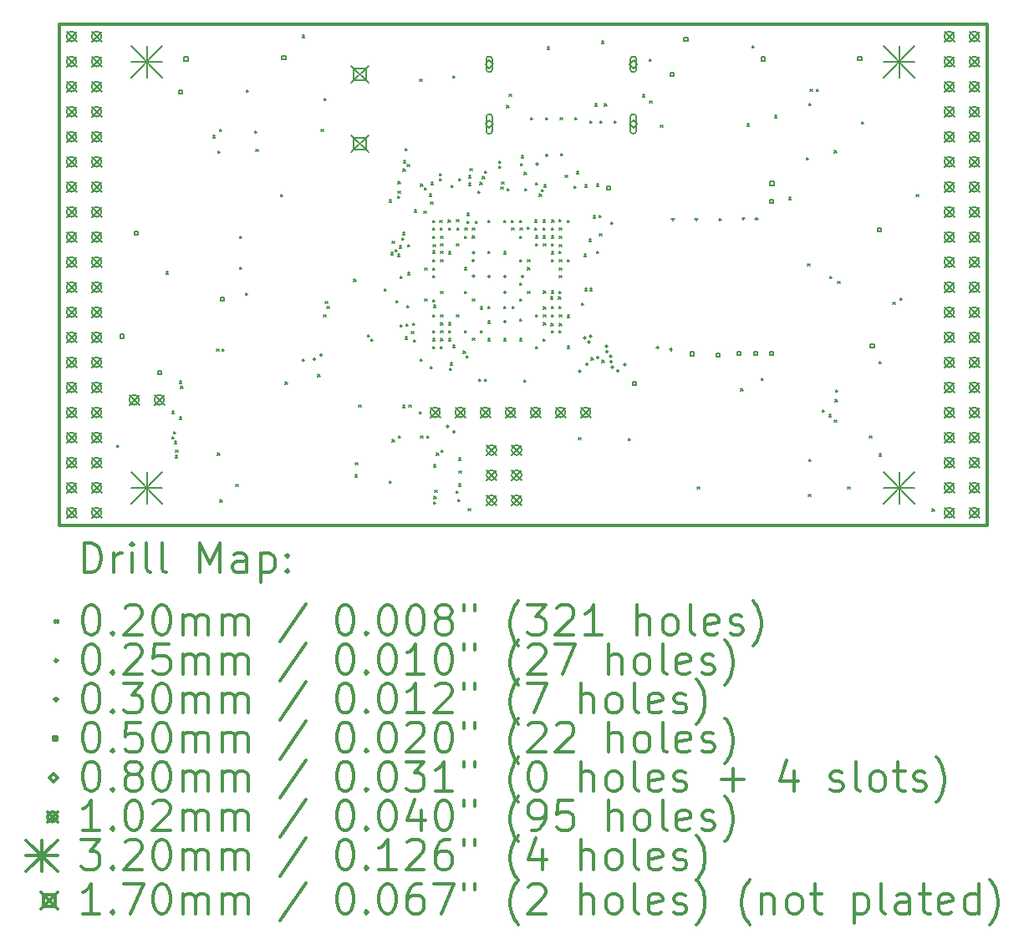
<source format=gbr>
%FSLAX45Y45*%
G04 Gerber Fmt 4.5, Leading zero omitted, Abs format (unit mm)*
G04 Created by KiCad (PCBNEW 4.0.7+dfsg1-1) date Wed Oct 11 12:58:42 2017*
%MOMM*%
%LPD*%
G01*
G04 APERTURE LIST*
%ADD10C,0.127000*%
%ADD11C,0.300000*%
%ADD12C,0.200000*%
G04 APERTURE END LIST*
D10*
D11*
X9410000Y-6142000D02*
X9410000Y-11222000D01*
X18808000Y-6142000D02*
X9410000Y-6142000D01*
X18808000Y-11222000D02*
X18808000Y-6142000D01*
X9410000Y-11222000D02*
X18808000Y-11222000D01*
D12*
X9998000Y-10410000D02*
X10018000Y-10430000D01*
X10018000Y-10410000D02*
X9998000Y-10430000D01*
X10493771Y-8653299D02*
X10513771Y-8673299D01*
X10513771Y-8653299D02*
X10493771Y-8673299D01*
X10555187Y-10325526D02*
X10575187Y-10345526D01*
X10575187Y-10325526D02*
X10555187Y-10345526D01*
X10557972Y-10068392D02*
X10577972Y-10088392D01*
X10577972Y-10068392D02*
X10557972Y-10088392D01*
X10570316Y-10275043D02*
X10590316Y-10295043D01*
X10590316Y-10275043D02*
X10570316Y-10295043D01*
X10580671Y-10371655D02*
X10600671Y-10391655D01*
X10600671Y-10371655D02*
X10580671Y-10391655D01*
X10587368Y-10514871D02*
X10607368Y-10534871D01*
X10607368Y-10514871D02*
X10587368Y-10534871D01*
X10592360Y-10459757D02*
X10612360Y-10479757D01*
X10612360Y-10459757D02*
X10592360Y-10479757D01*
X10630117Y-10127790D02*
X10650117Y-10147790D01*
X10650117Y-10127790D02*
X10630117Y-10147790D01*
X10630381Y-9762780D02*
X10650381Y-9782780D01*
X10650381Y-9762780D02*
X10630381Y-9782780D01*
X10643954Y-9813703D02*
X10663954Y-9833703D01*
X10663954Y-9813703D02*
X10643954Y-9833703D01*
X10972800Y-7273000D02*
X10992800Y-7293000D01*
X10992800Y-7273000D02*
X10972800Y-7293000D01*
X11009310Y-9438989D02*
X11029310Y-9458989D01*
X11029310Y-9438989D02*
X11009310Y-9458989D01*
X11018000Y-10490000D02*
X11038000Y-10510000D01*
X11038000Y-10490000D02*
X11018000Y-10510000D01*
X11021352Y-7428070D02*
X11041352Y-7448070D01*
X11041352Y-7428070D02*
X11021352Y-7448070D01*
X11038300Y-7211500D02*
X11058300Y-7231500D01*
X11058300Y-7211500D02*
X11038300Y-7231500D01*
X11042966Y-10966034D02*
X11062966Y-10986034D01*
X11062966Y-10966034D02*
X11042966Y-10986034D01*
X11061873Y-9435178D02*
X11081873Y-9455178D01*
X11081873Y-9435178D02*
X11061873Y-9455178D01*
X11203400Y-10805600D02*
X11223400Y-10825600D01*
X11223400Y-10805600D02*
X11203400Y-10825600D01*
X11241500Y-8291000D02*
X11261500Y-8311000D01*
X11261500Y-8291000D02*
X11241500Y-8311000D01*
X11241500Y-8608500D02*
X11261500Y-8628500D01*
X11261500Y-8608500D02*
X11241500Y-8628500D01*
X11298000Y-8870000D02*
X11318000Y-8890000D01*
X11318000Y-8870000D02*
X11298000Y-8890000D01*
X11311224Y-6814440D02*
X11331224Y-6834440D01*
X11331224Y-6814440D02*
X11311224Y-6834440D01*
X11393900Y-7224200D02*
X11413900Y-7244200D01*
X11413900Y-7224200D02*
X11393900Y-7244200D01*
X11406600Y-7414700D02*
X11426600Y-7434700D01*
X11426600Y-7414700D02*
X11406600Y-7434700D01*
X11655434Y-7867799D02*
X11675434Y-7887799D01*
X11675434Y-7867799D02*
X11655434Y-7887799D01*
X11702166Y-9771727D02*
X11722166Y-9791727D01*
X11722166Y-9771727D02*
X11702166Y-9791727D01*
X11874380Y-9539822D02*
X11894380Y-9559822D01*
X11894380Y-9539822D02*
X11874380Y-9559822D01*
X11875869Y-6255897D02*
X11895869Y-6275897D01*
X11895869Y-6255897D02*
X11875869Y-6275897D01*
X12033000Y-9695000D02*
X12053000Y-9715000D01*
X12053000Y-9695000D02*
X12033000Y-9715000D01*
X12067000Y-7211500D02*
X12087000Y-7231500D01*
X12087000Y-7211500D02*
X12067000Y-7231500D01*
X12093648Y-9090823D02*
X12113648Y-9110823D01*
X12113648Y-9090823D02*
X12093648Y-9110823D01*
X12098665Y-6897853D02*
X12118665Y-6917853D01*
X12118665Y-6897853D02*
X12098665Y-6917853D01*
X12110622Y-8956298D02*
X12130622Y-8976298D01*
X12130622Y-8956298D02*
X12110622Y-8976298D01*
X12126901Y-9006422D02*
X12146901Y-9026422D01*
X12146901Y-9006422D02*
X12126901Y-9026422D01*
X12398000Y-8730000D02*
X12418000Y-8750000D01*
X12418000Y-8730000D02*
X12398000Y-8750000D01*
X12398000Y-8730000D02*
X12418000Y-8750000D01*
X12418000Y-8730000D02*
X12398000Y-8750000D01*
X12410242Y-10710764D02*
X12430242Y-10730764D01*
X12430242Y-10710764D02*
X12410242Y-10730764D01*
X12415398Y-10588254D02*
X12435398Y-10608254D01*
X12435398Y-10588254D02*
X12415398Y-10608254D01*
X12448000Y-10005500D02*
X12468000Y-10025500D01*
X12468000Y-10005500D02*
X12448000Y-10025500D01*
X12538000Y-9290000D02*
X12558000Y-9310000D01*
X12558000Y-9290000D02*
X12538000Y-9310000D01*
X12572728Y-9335266D02*
X12592728Y-9355266D01*
X12592728Y-9335266D02*
X12572728Y-9355266D01*
X12704513Y-8827908D02*
X12724513Y-8847908D01*
X12724513Y-8827908D02*
X12704513Y-8847908D01*
X12754366Y-7925556D02*
X12774366Y-7945556D01*
X12774366Y-7925556D02*
X12754366Y-7945556D01*
X12755664Y-10771679D02*
X12775664Y-10791679D01*
X12775664Y-10771679D02*
X12755664Y-10791679D01*
X12772416Y-8458897D02*
X12792416Y-8478897D01*
X12792416Y-8458897D02*
X12772416Y-8478897D01*
X12785133Y-10356640D02*
X12805133Y-10376640D01*
X12805133Y-10356640D02*
X12785133Y-10376640D01*
X12786626Y-8342795D02*
X12806626Y-8362795D01*
X12806626Y-8342795D02*
X12786626Y-8362795D01*
X12815628Y-8428729D02*
X12835628Y-8448729D01*
X12835628Y-8428729D02*
X12815628Y-8448729D01*
X12822131Y-8943995D02*
X12842131Y-8963995D01*
X12842131Y-8943995D02*
X12822131Y-8963995D01*
X12838971Y-8476738D02*
X12858971Y-8496738D01*
X12858971Y-8476738D02*
X12838971Y-8496738D01*
X12841590Y-7889418D02*
X12861590Y-7909418D01*
X12861590Y-7889418D02*
X12841590Y-7909418D01*
X12844557Y-7737658D02*
X12864557Y-7757658D01*
X12864557Y-7737658D02*
X12844557Y-7757658D01*
X12846973Y-7836992D02*
X12866973Y-7856992D01*
X12866973Y-7836992D02*
X12846973Y-7856992D01*
X12850280Y-10316052D02*
X12870280Y-10336052D01*
X12870280Y-10316052D02*
X12850280Y-10336052D01*
X12856960Y-8392024D02*
X12876960Y-8412024D01*
X12876960Y-8392024D02*
X12856960Y-8412024D01*
X12867063Y-9190984D02*
X12887063Y-9210984D01*
X12887063Y-9190984D02*
X12867063Y-9210984D01*
X12867665Y-8701088D02*
X12887665Y-8721088D01*
X12887665Y-8701088D02*
X12867665Y-8721088D01*
X12884885Y-8308326D02*
X12904885Y-8328326D01*
X12904885Y-8308326D02*
X12884885Y-8328326D01*
X12890520Y-10007480D02*
X12910520Y-10027480D01*
X12910520Y-10007480D02*
X12890520Y-10027480D01*
X12891675Y-8256064D02*
X12911675Y-8276064D01*
X12911675Y-8256064D02*
X12891675Y-8276064D01*
X12896163Y-7612957D02*
X12916163Y-7632957D01*
X12916163Y-7612957D02*
X12896163Y-7632957D01*
X12902225Y-7526361D02*
X12922225Y-7546361D01*
X12922225Y-7526361D02*
X12902225Y-7546361D01*
X12915222Y-7404246D02*
X12935222Y-7424246D01*
X12935222Y-7404246D02*
X12915222Y-7424246D01*
X12915467Y-9314463D02*
X12935467Y-9334463D01*
X12935467Y-9314463D02*
X12915467Y-9334463D01*
X12923676Y-9183899D02*
X12943676Y-9203899D01*
X12943676Y-9183899D02*
X12923676Y-9203899D01*
X12935918Y-8993919D02*
X12955918Y-9013919D01*
X12955918Y-8993919D02*
X12935918Y-9013919D01*
X12939334Y-7563781D02*
X12959334Y-7583781D01*
X12959334Y-7563781D02*
X12939334Y-7583781D01*
X12941393Y-8376098D02*
X12961393Y-8396098D01*
X12961393Y-8376098D02*
X12941393Y-8396098D01*
X12944260Y-8660352D02*
X12964260Y-8680352D01*
X12964260Y-8660352D02*
X12944260Y-8680352D01*
X12956000Y-10005500D02*
X12976000Y-10025500D01*
X12976000Y-10005500D02*
X12956000Y-10025500D01*
X12980206Y-9257825D02*
X13000206Y-9277825D01*
X13000206Y-9257825D02*
X12980206Y-9277825D01*
X12992293Y-9173424D02*
X13012293Y-9193424D01*
X13012293Y-9173424D02*
X12992293Y-9193424D01*
X13004130Y-9342914D02*
X13024130Y-9362914D01*
X13024130Y-9342914D02*
X13004130Y-9362914D01*
X13009682Y-8027773D02*
X13029682Y-8047773D01*
X13029682Y-8027773D02*
X13009682Y-8047773D01*
X13059238Y-10069000D02*
X13079238Y-10089000D01*
X13079238Y-10069000D02*
X13059238Y-10089000D01*
X13066199Y-6701962D02*
X13086199Y-6721962D01*
X13086199Y-6701962D02*
X13066199Y-6721962D01*
X13070707Y-9535414D02*
X13090707Y-9555414D01*
X13090707Y-9535414D02*
X13070707Y-9555414D01*
X13073949Y-10316052D02*
X13093949Y-10336052D01*
X13093949Y-10316052D02*
X13073949Y-10336052D01*
X13075683Y-7764262D02*
X13095683Y-7784262D01*
X13095683Y-7764262D02*
X13075683Y-7784262D01*
X13108000Y-8040000D02*
X13128000Y-8060000D01*
X13128000Y-8040000D02*
X13108000Y-8060000D01*
X13113091Y-7801384D02*
X13133091Y-7821384D01*
X13133091Y-7801384D02*
X13113091Y-7821384D01*
X13115453Y-8615136D02*
X13135453Y-8635136D01*
X13135453Y-8615136D02*
X13115453Y-8635136D01*
X13118000Y-8930000D02*
X13138000Y-8950000D01*
X13138000Y-8930000D02*
X13118000Y-8950000D01*
X13135385Y-10316052D02*
X13155385Y-10336052D01*
X13155385Y-10316052D02*
X13135385Y-10336052D01*
X13160933Y-7864587D02*
X13180933Y-7884587D01*
X13180933Y-7864587D02*
X13160933Y-7884587D01*
X13170890Y-9612737D02*
X13190890Y-9632737D01*
X13190890Y-9612737D02*
X13170890Y-9632737D01*
X13174731Y-7948989D02*
X13194731Y-7968989D01*
X13194731Y-7948989D02*
X13174731Y-7968989D01*
X13182329Y-7748485D02*
X13202329Y-7768485D01*
X13202329Y-7748485D02*
X13182329Y-7768485D01*
X13197765Y-9087799D02*
X13217765Y-9107799D01*
X13217765Y-9087799D02*
X13197765Y-9107799D01*
X13197789Y-8617215D02*
X13217789Y-8637215D01*
X13217789Y-8617215D02*
X13197789Y-8637215D01*
X13197962Y-8532814D02*
X13217962Y-8552814D01*
X13217962Y-8532814D02*
X13197962Y-8552814D01*
X13198000Y-8440334D02*
X13218000Y-8460334D01*
X13218000Y-8440334D02*
X13198000Y-8460334D01*
X13198000Y-8130000D02*
X13218000Y-8150000D01*
X13218000Y-8130000D02*
X13198000Y-8150000D01*
X13198000Y-8207799D02*
X13218000Y-8227799D01*
X13218000Y-8207799D02*
X13198000Y-8227799D01*
X13198000Y-8690000D02*
X13218000Y-8710000D01*
X13218000Y-8690000D02*
X13198000Y-8710000D01*
X13198000Y-8934402D02*
X13218000Y-8954402D01*
X13218000Y-8934402D02*
X13198000Y-8954402D01*
X13198000Y-9250000D02*
X13218000Y-9270000D01*
X13218000Y-9250000D02*
X13198000Y-9270000D01*
X13198000Y-9330000D02*
X13218000Y-9350000D01*
X13218000Y-9330000D02*
X13198000Y-9350000D01*
X13198000Y-9410000D02*
X13218000Y-9430000D01*
X13218000Y-9410000D02*
X13198000Y-9430000D01*
X13198482Y-8292201D02*
X13218482Y-8312201D01*
X13218482Y-8292201D02*
X13198482Y-8312201D01*
X13201744Y-8376602D02*
X13221744Y-8396602D01*
X13221744Y-8376602D02*
X13201744Y-8396602D01*
X13204611Y-10984026D02*
X13224611Y-11004026D01*
X13224611Y-10984026D02*
X13204611Y-11004026D01*
X13205608Y-8993095D02*
X13225608Y-9013095D01*
X13225608Y-8993095D02*
X13205608Y-9013095D01*
X13206286Y-10608587D02*
X13226286Y-10628587D01*
X13226286Y-10608587D02*
X13206286Y-10628587D01*
X13208900Y-10931500D02*
X13228900Y-10951500D01*
X13228900Y-10931500D02*
X13208900Y-10951500D01*
X13218000Y-10870000D02*
X13238000Y-10890000D01*
X13238000Y-10870000D02*
X13218000Y-10890000D01*
X13234844Y-10489450D02*
X13254844Y-10509450D01*
X13254844Y-10489450D02*
X13234844Y-10509450D01*
X13263724Y-7657621D02*
X13283724Y-7677621D01*
X13283724Y-7657621D02*
X13263724Y-7677621D01*
X13266117Y-7710267D02*
X13286117Y-7730267D01*
X13286117Y-7710267D02*
X13266117Y-7730267D01*
X13268333Y-8129999D02*
X13288333Y-8149999D01*
X13288333Y-8129999D02*
X13268333Y-8149999D01*
X13271035Y-8207799D02*
X13291035Y-8227799D01*
X13291035Y-8207799D02*
X13271035Y-8227799D01*
X13274623Y-9409707D02*
X13294623Y-9429707D01*
X13294623Y-9409707D02*
X13274623Y-9429707D01*
X13277580Y-8532814D02*
X13297580Y-8552814D01*
X13297580Y-8532814D02*
X13277580Y-8552814D01*
X13278000Y-8292201D02*
X13298000Y-8312201D01*
X13298000Y-8292201D02*
X13278000Y-8312201D01*
X13278000Y-8850000D02*
X13298000Y-8870000D01*
X13298000Y-8850000D02*
X13278000Y-8870000D01*
X13278000Y-9090000D02*
X13298000Y-9110000D01*
X13298000Y-9090000D02*
X13278000Y-9110000D01*
X13278000Y-9170000D02*
X13298000Y-9190000D01*
X13298000Y-9170000D02*
X13278000Y-9190000D01*
X13278000Y-9250000D02*
X13298000Y-9270000D01*
X13298000Y-9250000D02*
X13278000Y-9270000D01*
X13278000Y-9330000D02*
X13298000Y-9350000D01*
X13298000Y-9330000D02*
X13278000Y-9350000D01*
X13278042Y-8446122D02*
X13298042Y-8466122D01*
X13298042Y-8446122D02*
X13278042Y-8466122D01*
X13278650Y-8367799D02*
X13298650Y-8387799D01*
X13298650Y-8367799D02*
X13278650Y-8387799D01*
X13283696Y-10459892D02*
X13303696Y-10479892D01*
X13303696Y-10459892D02*
X13283696Y-10479892D01*
X13352734Y-8129641D02*
X13372734Y-8149641D01*
X13372734Y-8129641D02*
X13352734Y-8149641D01*
X13355436Y-8207799D02*
X13375436Y-8227799D01*
X13375436Y-8207799D02*
X13355436Y-8227799D01*
X13357194Y-8449520D02*
X13377194Y-8469520D01*
X13377194Y-8449520D02*
X13357194Y-8469520D01*
X13358000Y-9170000D02*
X13378000Y-9190000D01*
X13378000Y-9170000D02*
X13358000Y-9190000D01*
X13358000Y-9250000D02*
X13378000Y-9270000D01*
X13378000Y-9250000D02*
X13358000Y-9270000D01*
X13358567Y-9330248D02*
X13378567Y-9350248D01*
X13378567Y-9330248D02*
X13358567Y-9350248D01*
X13366285Y-9629515D02*
X13386285Y-9649515D01*
X13386285Y-9629515D02*
X13366285Y-9649515D01*
X13375239Y-9577580D02*
X13395239Y-9597580D01*
X13395239Y-9577580D02*
X13375239Y-9597580D01*
X13382219Y-7775484D02*
X13402219Y-7795484D01*
X13402219Y-7775484D02*
X13382219Y-7795484D01*
X13397916Y-6668615D02*
X13417916Y-6688615D01*
X13417916Y-6668615D02*
X13397916Y-6688615D01*
X13401302Y-9399908D02*
X13421302Y-9419908D01*
X13421302Y-9399908D02*
X13401302Y-9419908D01*
X13436400Y-10874197D02*
X13456400Y-10894197D01*
X13456400Y-10874197D02*
X13436400Y-10894197D01*
X13437135Y-8124791D02*
X13457135Y-8144791D01*
X13457135Y-8124791D02*
X13437135Y-8144791D01*
X13438000Y-8370000D02*
X13458000Y-8390000D01*
X13458000Y-8370000D02*
X13438000Y-8390000D01*
X13438000Y-9090000D02*
X13458000Y-9110000D01*
X13458000Y-9090000D02*
X13438000Y-9110000D01*
X13440141Y-8207758D02*
X13460141Y-8227758D01*
X13460141Y-8207758D02*
X13440141Y-8227758D01*
X13453687Y-10961995D02*
X13473687Y-10981995D01*
X13473687Y-10961995D02*
X13453687Y-10981995D01*
X13457587Y-10803159D02*
X13477587Y-10823159D01*
X13477587Y-10803159D02*
X13457587Y-10823159D01*
X13460201Y-7710000D02*
X13480201Y-7730000D01*
X13480201Y-7710000D02*
X13460201Y-7730000D01*
X13460735Y-10540845D02*
X13480735Y-10560845D01*
X13480735Y-10540845D02*
X13460735Y-10560845D01*
X13465065Y-10671051D02*
X13485065Y-10691051D01*
X13485065Y-10671051D02*
X13465065Y-10691051D01*
X13507267Y-9458948D02*
X13527267Y-9478948D01*
X13527267Y-9458948D02*
X13507267Y-9478948D01*
X13517331Y-8851860D02*
X13537331Y-8871860D01*
X13537331Y-8851860D02*
X13517331Y-8871860D01*
X13518000Y-8292201D02*
X13538000Y-8312201D01*
X13538000Y-8292201D02*
X13518000Y-8312201D01*
X13518000Y-8610000D02*
X13538000Y-8630000D01*
X13538000Y-8610000D02*
X13518000Y-8630000D01*
X13518000Y-9250000D02*
X13538000Y-9270000D01*
X13538000Y-9250000D02*
X13518000Y-9270000D01*
X13524542Y-8207681D02*
X13544542Y-8227681D01*
X13544542Y-8207681D02*
X13524542Y-8227681D01*
X13535699Y-9501881D02*
X13555699Y-9521881D01*
X13555699Y-9501881D02*
X13535699Y-9521881D01*
X13546744Y-8060230D02*
X13566744Y-8080230D01*
X13566744Y-8060230D02*
X13546744Y-8080230D01*
X13546744Y-8138922D02*
X13566744Y-8158922D01*
X13566744Y-8138922D02*
X13546744Y-8158922D01*
X13555656Y-11051071D02*
X13575656Y-11071071D01*
X13575656Y-11051071D02*
X13555656Y-11071071D01*
X13559498Y-7754855D02*
X13579498Y-7774855D01*
X13579498Y-7754855D02*
X13559498Y-7774855D01*
X13562542Y-7680938D02*
X13582542Y-7700938D01*
X13582542Y-7680938D02*
X13562542Y-7700938D01*
X13573070Y-7610061D02*
X13593070Y-7630061D01*
X13593070Y-7610061D02*
X13573070Y-7630061D01*
X13598000Y-8210000D02*
X13618000Y-8230000D01*
X13618000Y-8210000D02*
X13598000Y-8230000D01*
X13598000Y-8290000D02*
X13618000Y-8310000D01*
X13618000Y-8290000D02*
X13598000Y-8310000D01*
X13598517Y-8929483D02*
X13618517Y-8949483D01*
X13618517Y-8929483D02*
X13598517Y-8949483D01*
X13599596Y-9326965D02*
X13619596Y-9346965D01*
X13619596Y-9326965D02*
X13599596Y-9346965D01*
X13631144Y-8139731D02*
X13651144Y-8159731D01*
X13651144Y-8139731D02*
X13631144Y-8159731D01*
X13653412Y-7835167D02*
X13673412Y-7855167D01*
X13673412Y-7835167D02*
X13653412Y-7855167D01*
X13664090Y-9741450D02*
X13684090Y-9761450D01*
X13684090Y-9741450D02*
X13664090Y-9761450D01*
X13675600Y-7746298D02*
X13695600Y-7766298D01*
X13695600Y-7746298D02*
X13675600Y-7766298D01*
X13678000Y-9250000D02*
X13698000Y-9270000D01*
X13698000Y-9250000D02*
X13678000Y-9270000D01*
X13678517Y-9009483D02*
X13698517Y-9029483D01*
X13698517Y-9009483D02*
X13678517Y-9029483D01*
X13700695Y-7687992D02*
X13720695Y-7707992D01*
X13720695Y-7687992D02*
X13700695Y-7707992D01*
X13719559Y-9743802D02*
X13739559Y-9763802D01*
X13739559Y-9743802D02*
X13719559Y-9763802D01*
X13720873Y-7631502D02*
X13740873Y-7651502D01*
X13740873Y-7631502D02*
X13720873Y-7651502D01*
X13755905Y-9153803D02*
X13775905Y-9173803D01*
X13775905Y-9153803D02*
X13755905Y-9173803D01*
X13758000Y-8130000D02*
X13778000Y-8150000D01*
X13778000Y-8130000D02*
X13758000Y-8150000D01*
X13758000Y-9007299D02*
X13778000Y-9027299D01*
X13778000Y-9007299D02*
X13758000Y-9027299D01*
X13758000Y-9330000D02*
X13778000Y-9350000D01*
X13778000Y-9330000D02*
X13758000Y-9350000D01*
X13758056Y-8443409D02*
X13778056Y-8463409D01*
X13778056Y-8443409D02*
X13758056Y-8463409D01*
X13867568Y-7584299D02*
X13887568Y-7604299D01*
X13887568Y-7584299D02*
X13867568Y-7604299D01*
X13867920Y-7530076D02*
X13887920Y-7550076D01*
X13887920Y-7530076D02*
X13867920Y-7550076D01*
X13886806Y-7794095D02*
X13906806Y-7814095D01*
X13906806Y-7794095D02*
X13886806Y-7814095D01*
X13894936Y-7742024D02*
X13914936Y-7762024D01*
X13914936Y-7742024D02*
X13894936Y-7762024D01*
X13917252Y-8451135D02*
X13937252Y-8471135D01*
X13937252Y-8451135D02*
X13917252Y-8471135D01*
X13918000Y-8130000D02*
X13938000Y-8150000D01*
X13938000Y-8130000D02*
X13918000Y-8150000D01*
X13918000Y-9002299D02*
X13938000Y-9022299D01*
X13938000Y-9002299D02*
X13918000Y-9022299D01*
X13918000Y-9330000D02*
X13938000Y-9350000D01*
X13938000Y-9330000D02*
X13918000Y-9350000D01*
X13947561Y-6969286D02*
X13967561Y-6989286D01*
X13967561Y-6969286D02*
X13947561Y-6989286D01*
X13948512Y-7810586D02*
X13968512Y-7830586D01*
X13968512Y-7810586D02*
X13948512Y-7830586D01*
X13972000Y-6856567D02*
X13992000Y-6876567D01*
X13992000Y-6856567D02*
X13972000Y-6876567D01*
X13993599Y-8130000D02*
X14013599Y-8150000D01*
X14013599Y-8130000D02*
X13993599Y-8150000D01*
X13998000Y-8210000D02*
X14018000Y-8230000D01*
X14018000Y-8210000D02*
X13998000Y-8230000D01*
X13999489Y-9002299D02*
X14019489Y-9022299D01*
X14019489Y-9002299D02*
X13999489Y-9022299D01*
X14076403Y-8294140D02*
X14096403Y-8314140D01*
X14096403Y-8294140D02*
X14076403Y-8314140D01*
X14077419Y-9133335D02*
X14097419Y-9153335D01*
X14097419Y-9133335D02*
X14077419Y-9153335D01*
X14078000Y-8130000D02*
X14098000Y-8150000D01*
X14098000Y-8130000D02*
X14078000Y-8150000D01*
X14078000Y-8530000D02*
X14098000Y-8550000D01*
X14098000Y-8530000D02*
X14078000Y-8550000D01*
X14078000Y-8770000D02*
X14098000Y-8790000D01*
X14098000Y-8770000D02*
X14078000Y-8790000D01*
X14078000Y-8930000D02*
X14098000Y-8950000D01*
X14098000Y-8930000D02*
X14078000Y-8950000D01*
X14078000Y-9330000D02*
X14098000Y-9350000D01*
X14098000Y-9330000D02*
X14078000Y-9350000D01*
X14082401Y-8207928D02*
X14102401Y-8227928D01*
X14102401Y-8207928D02*
X14082401Y-8227928D01*
X14088006Y-7558194D02*
X14108006Y-7578194D01*
X14108006Y-7558194D02*
X14088006Y-7578194D01*
X14094664Y-7477380D02*
X14114664Y-7497380D01*
X14114664Y-7477380D02*
X14094664Y-7497380D01*
X14118000Y-9750000D02*
X14138000Y-9770000D01*
X14138000Y-9750000D02*
X14118000Y-9770000D01*
X14124297Y-7645500D02*
X14144297Y-7665500D01*
X14144297Y-7645500D02*
X14124297Y-7665500D01*
X14128016Y-7812697D02*
X14148016Y-7832697D01*
X14148016Y-7812697D02*
X14128016Y-7832697D01*
X14155799Y-8203034D02*
X14175799Y-8223034D01*
X14175799Y-8203034D02*
X14155799Y-8223034D01*
X14158000Y-8530000D02*
X14178000Y-8550000D01*
X14178000Y-8530000D02*
X14158000Y-8550000D01*
X14158000Y-8610000D02*
X14178000Y-8630000D01*
X14178000Y-8610000D02*
X14158000Y-8630000D01*
X14158000Y-8850000D02*
X14178000Y-8870000D01*
X14178000Y-8850000D02*
X14158000Y-8870000D01*
X14190056Y-7090851D02*
X14210056Y-7110851D01*
X14210056Y-7090851D02*
X14190056Y-7110851D01*
X14229642Y-8209139D02*
X14249642Y-8229139D01*
X14249642Y-8209139D02*
X14229642Y-8229139D01*
X14231398Y-8128224D02*
X14251398Y-8148224D01*
X14251398Y-8128224D02*
X14231398Y-8148224D01*
X14237355Y-8289891D02*
X14257355Y-8309891D01*
X14257355Y-8289891D02*
X14237355Y-8309891D01*
X14238000Y-7750000D02*
X14258000Y-7770000D01*
X14258000Y-7750000D02*
X14238000Y-7770000D01*
X14238000Y-8370000D02*
X14258000Y-8390000D01*
X14258000Y-8370000D02*
X14238000Y-8390000D01*
X14238000Y-9090000D02*
X14258000Y-9110000D01*
X14258000Y-9090000D02*
X14238000Y-9110000D01*
X14238000Y-9410000D02*
X14258000Y-9430000D01*
X14258000Y-9410000D02*
X14238000Y-9430000D01*
X14275272Y-7865993D02*
X14295272Y-7885993D01*
X14295272Y-7865993D02*
X14275272Y-7885993D01*
X14300511Y-7819522D02*
X14320511Y-7839522D01*
X14320511Y-7819522D02*
X14300511Y-7839522D01*
X14315799Y-8127963D02*
X14335799Y-8147963D01*
X14335799Y-8127963D02*
X14315799Y-8147963D01*
X14315799Y-8210715D02*
X14335799Y-8230715D01*
X14335799Y-8210715D02*
X14315799Y-8230715D01*
X14315799Y-8290000D02*
X14335799Y-8310000D01*
X14335799Y-8290000D02*
X14315799Y-8310000D01*
X14315801Y-9332315D02*
X14335801Y-9352315D01*
X14335801Y-9332315D02*
X14315801Y-9352315D01*
X14317803Y-8849503D02*
X14337803Y-8869503D01*
X14337803Y-8849503D02*
X14317803Y-8869503D01*
X14318000Y-8370000D02*
X14338000Y-8390000D01*
X14338000Y-8370000D02*
X14318000Y-8390000D01*
X14318000Y-9090000D02*
X14338000Y-9110000D01*
X14338000Y-9090000D02*
X14318000Y-9110000D01*
X14318000Y-9170000D02*
X14338000Y-9190000D01*
X14338000Y-9170000D02*
X14318000Y-9190000D01*
X14318182Y-9010195D02*
X14338182Y-9030195D01*
X14338182Y-9010195D02*
X14318182Y-9030195D01*
X14323180Y-7771946D02*
X14343180Y-7791946D01*
X14343180Y-7771946D02*
X14323180Y-7791946D01*
X14338035Y-7091653D02*
X14358035Y-7111653D01*
X14358035Y-7091653D02*
X14338035Y-7111653D01*
X14355067Y-6376252D02*
X14375067Y-6396252D01*
X14375067Y-6376252D02*
X14355067Y-6396252D01*
X14388995Y-8907799D02*
X14408995Y-8927799D01*
X14408995Y-8907799D02*
X14388995Y-8927799D01*
X14396483Y-9177765D02*
X14416483Y-9197765D01*
X14416483Y-9177765D02*
X14396483Y-9197765D01*
X14398000Y-9090000D02*
X14418000Y-9110000D01*
X14418000Y-9090000D02*
X14398000Y-9110000D01*
X14398242Y-9003286D02*
X14418242Y-9023286D01*
X14418242Y-9003286D02*
X14398242Y-9023286D01*
X14398283Y-8848451D02*
X14418283Y-8868451D01*
X14418283Y-8848451D02*
X14398283Y-8868451D01*
X14400201Y-8208560D02*
X14420201Y-8228560D01*
X14420201Y-8208560D02*
X14400201Y-8228560D01*
X14400201Y-8290000D02*
X14420201Y-8310000D01*
X14420201Y-8290000D02*
X14400201Y-8310000D01*
X14400201Y-8370000D02*
X14420201Y-8390000D01*
X14420201Y-8370000D02*
X14400201Y-8390000D01*
X14400201Y-8450000D02*
X14420201Y-8470000D01*
X14420201Y-8450000D02*
X14400201Y-8470000D01*
X14400201Y-8529722D02*
X14420201Y-8549722D01*
X14420201Y-8529722D02*
X14400201Y-8549722D01*
X14400201Y-9250000D02*
X14420201Y-9270000D01*
X14420201Y-9250000D02*
X14400201Y-9270000D01*
X14404602Y-8127478D02*
X14424602Y-8147478D01*
X14424602Y-8127478D02*
X14404602Y-8147478D01*
X14471061Y-8907799D02*
X14491061Y-8927799D01*
X14491061Y-8907799D02*
X14471061Y-8927799D01*
X14476639Y-8123398D02*
X14496639Y-8143398D01*
X14496639Y-8123398D02*
X14476639Y-8143398D01*
X14476724Y-9006446D02*
X14496724Y-9026446D01*
X14496724Y-9006446D02*
X14476724Y-9026446D01*
X14477765Y-8852201D02*
X14497765Y-8872201D01*
X14497765Y-8852201D02*
X14477765Y-8872201D01*
X14477769Y-8443293D02*
X14497769Y-8463293D01*
X14497769Y-8443293D02*
X14477769Y-8463293D01*
X14478235Y-9247799D02*
X14498235Y-9267799D01*
X14498235Y-9247799D02*
X14478235Y-9267799D01*
X14478509Y-8207799D02*
X14498509Y-8227799D01*
X14498509Y-8207799D02*
X14478509Y-8227799D01*
X14478654Y-8528519D02*
X14498654Y-8548519D01*
X14498654Y-8528519D02*
X14478654Y-8548519D01*
X14478856Y-8689382D02*
X14498856Y-8709382D01*
X14498856Y-8689382D02*
X14478856Y-8709382D01*
X14479038Y-8376602D02*
X14499038Y-8396602D01*
X14499038Y-8376602D02*
X14479038Y-8396602D01*
X14479163Y-9090847D02*
X14499163Y-9110847D01*
X14499163Y-9090847D02*
X14479163Y-9110847D01*
X14479410Y-8292201D02*
X14499410Y-8312201D01*
X14499410Y-8292201D02*
X14479410Y-8312201D01*
X14479577Y-9177444D02*
X14499577Y-9197444D01*
X14499577Y-9177444D02*
X14479577Y-9197444D01*
X14480128Y-8616874D02*
X14500128Y-8636874D01*
X14500128Y-8616874D02*
X14480128Y-8636874D01*
X14487842Y-7092405D02*
X14507842Y-7112405D01*
X14507842Y-7092405D02*
X14487842Y-7112405D01*
X14491706Y-7455585D02*
X14511706Y-7475585D01*
X14511706Y-7455585D02*
X14491706Y-7475585D01*
X14539401Y-7673483D02*
X14559401Y-7693483D01*
X14559401Y-7673483D02*
X14539401Y-7693483D01*
X14558000Y-8130000D02*
X14578000Y-8150000D01*
X14578000Y-8130000D02*
X14558000Y-8150000D01*
X14558000Y-8532201D02*
X14578000Y-8552201D01*
X14578000Y-8532201D02*
X14558000Y-8552201D01*
X14558000Y-9407799D02*
X14578000Y-9427799D01*
X14578000Y-9407799D02*
X14558000Y-9427799D01*
X14561303Y-9092201D02*
X14581303Y-9112201D01*
X14581303Y-9092201D02*
X14561303Y-9112201D01*
X14628717Y-7783934D02*
X14648717Y-7803934D01*
X14648717Y-7783934D02*
X14628717Y-7803934D01*
X14636897Y-7089394D02*
X14656897Y-7109394D01*
X14656897Y-7089394D02*
X14636897Y-7109394D01*
X14652765Y-7636130D02*
X14672765Y-7656130D01*
X14672765Y-7636130D02*
X14652765Y-7656130D01*
X14674429Y-10335274D02*
X14694429Y-10355274D01*
X14694429Y-10335274D02*
X14674429Y-10355274D01*
X14702593Y-8970288D02*
X14722593Y-8990288D01*
X14722593Y-8970288D02*
X14702593Y-8990288D01*
X14732247Y-8475859D02*
X14752247Y-8495859D01*
X14752247Y-8475859D02*
X14732247Y-8495859D01*
X14737067Y-8822484D02*
X14757067Y-8842484D01*
X14757067Y-8822484D02*
X14737067Y-8842484D01*
X14738000Y-7772201D02*
X14758000Y-7792201D01*
X14758000Y-7772201D02*
X14738000Y-7792201D01*
X14779417Y-8323581D02*
X14799417Y-8343581D01*
X14799417Y-8323581D02*
X14779417Y-8343581D01*
X14788736Y-7127779D02*
X14808736Y-7147779D01*
X14808736Y-7127779D02*
X14788736Y-7147779D01*
X14789768Y-8822484D02*
X14809768Y-8842484D01*
X14809768Y-8822484D02*
X14789768Y-8842484D01*
X14800281Y-9523902D02*
X14820281Y-9543902D01*
X14820281Y-9523902D02*
X14800281Y-9543902D01*
X14823777Y-8087578D02*
X14843777Y-8107578D01*
X14843777Y-8087578D02*
X14823777Y-8107578D01*
X14837783Y-6951968D02*
X14857783Y-6971968D01*
X14857783Y-6951968D02*
X14837783Y-6971968D01*
X14853988Y-7762935D02*
X14873988Y-7782935D01*
X14873988Y-7762935D02*
X14853988Y-7782935D01*
X14856880Y-8445039D02*
X14876880Y-8465039D01*
X14876880Y-8445039D02*
X14856880Y-8465039D01*
X14883585Y-8079901D02*
X14903585Y-8099901D01*
X14903585Y-8079901D02*
X14883585Y-8099901D01*
X14887565Y-8265534D02*
X14907565Y-8285534D01*
X14907565Y-8265534D02*
X14887565Y-8285534D01*
X14889119Y-7127779D02*
X14909119Y-7147779D01*
X14909119Y-7127779D02*
X14889119Y-7147779D01*
X14908375Y-6315711D02*
X14928375Y-6335711D01*
X14928375Y-6315711D02*
X14908375Y-6335711D01*
X14910771Y-9550529D02*
X14930771Y-9570529D01*
X14930771Y-9550529D02*
X14910771Y-9570529D01*
X14937595Y-6951968D02*
X14957595Y-6971968D01*
X14957595Y-6951968D02*
X14937595Y-6971968D01*
X14998000Y-8150000D02*
X15018000Y-8170000D01*
X15018000Y-8150000D02*
X14998000Y-8170000D01*
X15035722Y-7127779D02*
X15055722Y-7147779D01*
X15055722Y-7127779D02*
X15035722Y-7147779D01*
X15179638Y-10341072D02*
X15199638Y-10361072D01*
X15199638Y-10341072D02*
X15179638Y-10361072D01*
X15322234Y-6857342D02*
X15342234Y-6877342D01*
X15342234Y-6857342D02*
X15322234Y-6877342D01*
X15388420Y-6497712D02*
X15408420Y-6517712D01*
X15408420Y-6497712D02*
X15388420Y-6517712D01*
X15394400Y-6919400D02*
X15414400Y-6939400D01*
X15414400Y-6919400D02*
X15394400Y-6939400D01*
X15504936Y-7166453D02*
X15524936Y-7186453D01*
X15524936Y-7166453D02*
X15504936Y-7186453D01*
X15877000Y-10831000D02*
X15897000Y-10851000D01*
X15897000Y-10831000D02*
X15877000Y-10851000D01*
X16317742Y-9840172D02*
X16337742Y-9860172D01*
X16337742Y-9840172D02*
X16317742Y-9860172D01*
X16380885Y-7155186D02*
X16400885Y-7175186D01*
X16400885Y-7155186D02*
X16380885Y-7175186D01*
X16433388Y-6363745D02*
X16453388Y-6383745D01*
X16453388Y-6363745D02*
X16433388Y-6383745D01*
X16524921Y-9732292D02*
X16544921Y-9752292D01*
X16544921Y-9732292D02*
X16524921Y-9752292D01*
X16657891Y-7070355D02*
X16677891Y-7090355D01*
X16677891Y-7070355D02*
X16657891Y-7090355D01*
X16806644Y-7900804D02*
X16826644Y-7920804D01*
X16826644Y-7900804D02*
X16806644Y-7920804D01*
X16979535Y-7499299D02*
X16999535Y-7519299D01*
X16999535Y-7499299D02*
X16979535Y-7519299D01*
X16994600Y-8570400D02*
X17014600Y-8590400D01*
X17014600Y-8570400D02*
X16994600Y-8590400D01*
X17002604Y-10911247D02*
X17022604Y-10931247D01*
X17022604Y-10911247D02*
X17002604Y-10931247D01*
X17005773Y-10556635D02*
X17025773Y-10576635D01*
X17025773Y-10556635D02*
X17005773Y-10576635D01*
X17008296Y-6947101D02*
X17028296Y-6967101D01*
X17028296Y-6947101D02*
X17008296Y-6967101D01*
X17020000Y-6805100D02*
X17040000Y-6825100D01*
X17040000Y-6805100D02*
X17020000Y-6825100D01*
X17085000Y-6802556D02*
X17105000Y-6822556D01*
X17105000Y-6802556D02*
X17085000Y-6822556D01*
X17144030Y-10054574D02*
X17164030Y-10074574D01*
X17164030Y-10054574D02*
X17144030Y-10074574D01*
X17209336Y-10100566D02*
X17229336Y-10120566D01*
X17229336Y-10100566D02*
X17209336Y-10120566D01*
X17218956Y-8702405D02*
X17238956Y-8722405D01*
X17238956Y-8702405D02*
X17218956Y-8722405D01*
X17264664Y-7424799D02*
X17284664Y-7444799D01*
X17284664Y-7424799D02*
X17264664Y-7444799D01*
X17266127Y-10155168D02*
X17286127Y-10175168D01*
X17286127Y-10155168D02*
X17266127Y-10175168D01*
X17273463Y-9949992D02*
X17293463Y-9969992D01*
X17293463Y-9949992D02*
X17273463Y-9969992D01*
X17277992Y-9851865D02*
X17297992Y-9871865D01*
X17297992Y-9851865D02*
X17277992Y-9871865D01*
X17299400Y-8748200D02*
X17319400Y-8768200D01*
X17319400Y-8748200D02*
X17299400Y-8768200D01*
X17401000Y-10831000D02*
X17421000Y-10851000D01*
X17421000Y-10831000D02*
X17401000Y-10851000D01*
X17539563Y-7135743D02*
X17559563Y-7155743D01*
X17559563Y-7135743D02*
X17539563Y-7155743D01*
X17620559Y-10317981D02*
X17640559Y-10337981D01*
X17640559Y-10317981D02*
X17620559Y-10337981D01*
X17717400Y-10497912D02*
X17737400Y-10517912D01*
X17737400Y-10497912D02*
X17717400Y-10517912D01*
X17718500Y-9561000D02*
X17738500Y-9581000D01*
X17738500Y-9561000D02*
X17718500Y-9581000D01*
X17856591Y-8961390D02*
X17876591Y-8981390D01*
X17876591Y-8961390D02*
X17856591Y-8981390D01*
X17927598Y-8921781D02*
X17947598Y-8941781D01*
X17947598Y-8921781D02*
X17927598Y-8941781D01*
X18096500Y-7868500D02*
X18116500Y-7888500D01*
X18116500Y-7868500D02*
X18096500Y-7888500D01*
X18255436Y-11056584D02*
X18275436Y-11076584D01*
X18275436Y-11056584D02*
X18255436Y-11076584D01*
X12010516Y-9541295D02*
G75*
G03X12010516Y-9541295I-12700J0D01*
G01*
X12076103Y-9497760D02*
G75*
G03X12076103Y-9497760I-12700J0D01*
G01*
X13357629Y-10223262D02*
G75*
G03X13357629Y-10223262I-12700J0D01*
G01*
X13420141Y-10275223D02*
G75*
G03X13420141Y-10275223I-12700J0D01*
G01*
X13620700Y-8460000D02*
G75*
G03X13620700Y-8460000I-12700J0D01*
G01*
X13620700Y-8540000D02*
G75*
G03X13620700Y-8540000I-12700J0D01*
G01*
X13623799Y-8699540D02*
G75*
G03X13623799Y-8699540I-12700J0D01*
G01*
X13780700Y-8700000D02*
G75*
G03X13780700Y-8700000I-12700J0D01*
G01*
X13939164Y-9161521D02*
G75*
G03X13939164Y-9161521I-12700J0D01*
G01*
X13940700Y-8700000D02*
G75*
G03X13940700Y-8700000I-12700J0D01*
G01*
X13940700Y-8860000D02*
G75*
G03X13940700Y-8860000I-12700J0D01*
G01*
X14116986Y-8699500D02*
G75*
G03X14116986Y-8699500I-12700J0D01*
G01*
X14265799Y-7566284D02*
G75*
G03X14265799Y-7566284I-12700J0D01*
G01*
X14365259Y-7474977D02*
G75*
G03X14365259Y-7474977I-12700J0D01*
G01*
X14698950Y-9661750D02*
G75*
G03X14698950Y-9661750I-12700J0D01*
G01*
X14748323Y-9321914D02*
G75*
G03X14748323Y-9321914I-12700J0D01*
G01*
X14766147Y-9591326D02*
G75*
G03X14766147Y-9591326I-12700J0D01*
G01*
X14790471Y-9369101D02*
G75*
G03X14790471Y-9369101I-12700J0D01*
G01*
X14804230Y-9306098D02*
G75*
G03X14804230Y-9306098I-12700J0D01*
G01*
X14878093Y-9524901D02*
G75*
G03X14878093Y-9524901I-12700J0D01*
G01*
X14969298Y-9405479D02*
G75*
G03X14969298Y-9405479I-12700J0D01*
G01*
X14971152Y-9463550D02*
G75*
G03X14971152Y-9463550I-12700J0D01*
G01*
X15007952Y-9508512D02*
G75*
G03X15007952Y-9508512I-12700J0D01*
G01*
X15016044Y-9566047D02*
G75*
G03X15016044Y-9566047I-12700J0D01*
G01*
X15027622Y-9622983D02*
G75*
G03X15027622Y-9622983I-12700J0D01*
G01*
X15084750Y-9657580D02*
G75*
G03X15084750Y-9657580I-12700J0D01*
G01*
X15157504Y-9595169D02*
G75*
G03X15157504Y-9595169I-12700J0D01*
G01*
X15472629Y-9402136D02*
X15472629Y-9432136D01*
X15457629Y-9417136D02*
X15487629Y-9417136D01*
X15607711Y-9423078D02*
X15607711Y-9453078D01*
X15592711Y-9438078D02*
X15622711Y-9438078D01*
X15628000Y-8106084D02*
X15628000Y-8136084D01*
X15613000Y-8121084D02*
X15643000Y-8121084D01*
X15868000Y-8106084D02*
X15868000Y-8136084D01*
X15853000Y-8121084D02*
X15883000Y-8121084D01*
X16106799Y-8106612D02*
X16106799Y-8136612D01*
X16091799Y-8121612D02*
X16121799Y-8121612D01*
X16342203Y-8097066D02*
X16342203Y-8127066D01*
X16327203Y-8112066D02*
X16357203Y-8112066D01*
X16474183Y-8098057D02*
X16474183Y-8128057D01*
X16459183Y-8113057D02*
X16489183Y-8113057D01*
X10065668Y-9324068D02*
X10065668Y-9288713D01*
X10030313Y-9288713D01*
X10030313Y-9324068D01*
X10065668Y-9324068D01*
X10210884Y-8276183D02*
X10210884Y-8240827D01*
X10175529Y-8240827D01*
X10175529Y-8276183D01*
X10210884Y-8276183D01*
X10448586Y-9690837D02*
X10448586Y-9655482D01*
X10413231Y-9655482D01*
X10413231Y-9690837D01*
X10448586Y-9690837D01*
X10659458Y-6848926D02*
X10659458Y-6813570D01*
X10624103Y-6813570D01*
X10624103Y-6848926D01*
X10659458Y-6848926D01*
X10715159Y-6513075D02*
X10715159Y-6477720D01*
X10679803Y-6477720D01*
X10679803Y-6513075D01*
X10715159Y-6513075D01*
X11079415Y-8946398D02*
X11079415Y-8911042D01*
X11044059Y-8911042D01*
X11044059Y-8946398D01*
X11079415Y-8946398D01*
X11705728Y-6497972D02*
X11705728Y-6462616D01*
X11670372Y-6462616D01*
X11670372Y-6497972D01*
X11705728Y-6497972D01*
X14992842Y-7820612D02*
X14992842Y-7785257D01*
X14957486Y-7785257D01*
X14957486Y-7820612D01*
X14992842Y-7820612D01*
X15253976Y-9802555D02*
X15253976Y-9767199D01*
X15218621Y-9767199D01*
X15218621Y-9802555D01*
X15253976Y-9802555D01*
X15641236Y-6672514D02*
X15641236Y-6637158D01*
X15605880Y-6637158D01*
X15605880Y-6672514D01*
X15641236Y-6672514D01*
X15777678Y-6312078D02*
X15777678Y-6276722D01*
X15742322Y-6276722D01*
X15742322Y-6312078D01*
X15777678Y-6312078D01*
X15841046Y-9502939D02*
X15841046Y-9467584D01*
X15805691Y-9467584D01*
X15805691Y-9502939D01*
X15841046Y-9502939D01*
X16105267Y-9516553D02*
X16105267Y-9481197D01*
X16069912Y-9481197D01*
X16069912Y-9516553D01*
X16105267Y-9516553D01*
X16316953Y-9499696D02*
X16316953Y-9464341D01*
X16281597Y-9464341D01*
X16281597Y-9499696D01*
X16316953Y-9499696D01*
X16483055Y-9500233D02*
X16483055Y-9464877D01*
X16447699Y-9464877D01*
X16447699Y-9500233D01*
X16483055Y-9500233D01*
X16559402Y-6513144D02*
X16559402Y-6477789D01*
X16524047Y-6477789D01*
X16524047Y-6513144D01*
X16559402Y-6513144D01*
X16642573Y-7958481D02*
X16642573Y-7923125D01*
X16607218Y-7923125D01*
X16607218Y-7958481D01*
X16642573Y-7958481D01*
X16645678Y-9497678D02*
X16645678Y-9462322D01*
X16610322Y-9462322D01*
X16610322Y-9497678D01*
X16645678Y-9497678D01*
X16649839Y-7774906D02*
X16649839Y-7739550D01*
X16614484Y-7739550D01*
X16614484Y-7774906D01*
X16649839Y-7774906D01*
X17538711Y-6512572D02*
X17538711Y-6477216D01*
X17503355Y-6477216D01*
X17503355Y-6512572D01*
X17538711Y-6512572D01*
X17665108Y-9424587D02*
X17665108Y-9389232D01*
X17629753Y-9389232D01*
X17629753Y-9424587D01*
X17665108Y-9424587D01*
X17740669Y-8245813D02*
X17740669Y-8210457D01*
X17705313Y-8210457D01*
X17705313Y-8245813D01*
X17740669Y-8245813D01*
X13768000Y-6590000D02*
X13808000Y-6550000D01*
X13768000Y-6510000D01*
X13728000Y-6550000D01*
X13768000Y-6590000D01*
X13738000Y-6500000D02*
X13738000Y-6600000D01*
X13798000Y-6500000D02*
X13798000Y-6600000D01*
X13738000Y-6600000D02*
G75*
G03X13798000Y-6600000I30000J0D01*
G01*
X13798000Y-6500000D02*
G75*
G03X13738000Y-6500000I-30000J0D01*
G01*
X13768000Y-7195000D02*
X13808000Y-7155000D01*
X13768000Y-7115000D01*
X13728000Y-7155000D01*
X13768000Y-7195000D01*
X13738000Y-7085000D02*
X13738000Y-7225000D01*
X13798000Y-7085000D02*
X13798000Y-7225000D01*
X13738000Y-7225000D02*
G75*
G03X13798000Y-7225000I30000J0D01*
G01*
X13798000Y-7085000D02*
G75*
G03X13738000Y-7085000I-30000J0D01*
G01*
X15228000Y-6590000D02*
X15268000Y-6550000D01*
X15228000Y-6510000D01*
X15188000Y-6550000D01*
X15228000Y-6590000D01*
X15198000Y-6500000D02*
X15198000Y-6600000D01*
X15258000Y-6500000D02*
X15258000Y-6600000D01*
X15198000Y-6600000D02*
G75*
G03X15258000Y-6600000I30000J0D01*
G01*
X15258000Y-6500000D02*
G75*
G03X15198000Y-6500000I-30000J0D01*
G01*
X15228000Y-7195000D02*
X15268000Y-7155000D01*
X15228000Y-7115000D01*
X15188000Y-7155000D01*
X15228000Y-7195000D01*
X15198000Y-7085000D02*
X15198000Y-7225000D01*
X15258000Y-7085000D02*
X15258000Y-7225000D01*
X15198000Y-7225000D02*
G75*
G03X15258000Y-7225000I30000J0D01*
G01*
X15258000Y-7085000D02*
G75*
G03X15198000Y-7085000I-30000J0D01*
G01*
X9486200Y-6218200D02*
X9587800Y-6319800D01*
X9587800Y-6218200D02*
X9486200Y-6319800D01*
X9587800Y-6269000D02*
G75*
G03X9587800Y-6269000I-50800J0D01*
G01*
X9486200Y-6472200D02*
X9587800Y-6573800D01*
X9587800Y-6472200D02*
X9486200Y-6573800D01*
X9587800Y-6523000D02*
G75*
G03X9587800Y-6523000I-50800J0D01*
G01*
X9486200Y-6726200D02*
X9587800Y-6827800D01*
X9587800Y-6726200D02*
X9486200Y-6827800D01*
X9587800Y-6777000D02*
G75*
G03X9587800Y-6777000I-50800J0D01*
G01*
X9486200Y-6980200D02*
X9587800Y-7081800D01*
X9587800Y-6980200D02*
X9486200Y-7081800D01*
X9587800Y-7031000D02*
G75*
G03X9587800Y-7031000I-50800J0D01*
G01*
X9486200Y-7234200D02*
X9587800Y-7335800D01*
X9587800Y-7234200D02*
X9486200Y-7335800D01*
X9587800Y-7285000D02*
G75*
G03X9587800Y-7285000I-50800J0D01*
G01*
X9486200Y-7488200D02*
X9587800Y-7589800D01*
X9587800Y-7488200D02*
X9486200Y-7589800D01*
X9587800Y-7539000D02*
G75*
G03X9587800Y-7539000I-50800J0D01*
G01*
X9486200Y-7742200D02*
X9587800Y-7843800D01*
X9587800Y-7742200D02*
X9486200Y-7843800D01*
X9587800Y-7793000D02*
G75*
G03X9587800Y-7793000I-50800J0D01*
G01*
X9486200Y-7996200D02*
X9587800Y-8097800D01*
X9587800Y-7996200D02*
X9486200Y-8097800D01*
X9587800Y-8047000D02*
G75*
G03X9587800Y-8047000I-50800J0D01*
G01*
X9486200Y-8250200D02*
X9587800Y-8351800D01*
X9587800Y-8250200D02*
X9486200Y-8351800D01*
X9587800Y-8301000D02*
G75*
G03X9587800Y-8301000I-50800J0D01*
G01*
X9486200Y-8504200D02*
X9587800Y-8605800D01*
X9587800Y-8504200D02*
X9486200Y-8605800D01*
X9587800Y-8555000D02*
G75*
G03X9587800Y-8555000I-50800J0D01*
G01*
X9486200Y-8758200D02*
X9587800Y-8859800D01*
X9587800Y-8758200D02*
X9486200Y-8859800D01*
X9587800Y-8809000D02*
G75*
G03X9587800Y-8809000I-50800J0D01*
G01*
X9486200Y-9012200D02*
X9587800Y-9113800D01*
X9587800Y-9012200D02*
X9486200Y-9113800D01*
X9587800Y-9063000D02*
G75*
G03X9587800Y-9063000I-50800J0D01*
G01*
X9486200Y-9266200D02*
X9587800Y-9367800D01*
X9587800Y-9266200D02*
X9486200Y-9367800D01*
X9587800Y-9317000D02*
G75*
G03X9587800Y-9317000I-50800J0D01*
G01*
X9486200Y-9520200D02*
X9587800Y-9621800D01*
X9587800Y-9520200D02*
X9486200Y-9621800D01*
X9587800Y-9571000D02*
G75*
G03X9587800Y-9571000I-50800J0D01*
G01*
X9486200Y-9774200D02*
X9587800Y-9875800D01*
X9587800Y-9774200D02*
X9486200Y-9875800D01*
X9587800Y-9825000D02*
G75*
G03X9587800Y-9825000I-50800J0D01*
G01*
X9486200Y-10028200D02*
X9587800Y-10129800D01*
X9587800Y-10028200D02*
X9486200Y-10129800D01*
X9587800Y-10079000D02*
G75*
G03X9587800Y-10079000I-50800J0D01*
G01*
X9486200Y-10282200D02*
X9587800Y-10383800D01*
X9587800Y-10282200D02*
X9486200Y-10383800D01*
X9587800Y-10333000D02*
G75*
G03X9587800Y-10333000I-50800J0D01*
G01*
X9486200Y-10536200D02*
X9587800Y-10637800D01*
X9587800Y-10536200D02*
X9486200Y-10637800D01*
X9587800Y-10587000D02*
G75*
G03X9587800Y-10587000I-50800J0D01*
G01*
X9486200Y-10790200D02*
X9587800Y-10891800D01*
X9587800Y-10790200D02*
X9486200Y-10891800D01*
X9587800Y-10841000D02*
G75*
G03X9587800Y-10841000I-50800J0D01*
G01*
X9486200Y-11044200D02*
X9587800Y-11145800D01*
X9587800Y-11044200D02*
X9486200Y-11145800D01*
X9587800Y-11095000D02*
G75*
G03X9587800Y-11095000I-50800J0D01*
G01*
X9740200Y-6218200D02*
X9841800Y-6319800D01*
X9841800Y-6218200D02*
X9740200Y-6319800D01*
X9841800Y-6269000D02*
G75*
G03X9841800Y-6269000I-50800J0D01*
G01*
X9740200Y-6472200D02*
X9841800Y-6573800D01*
X9841800Y-6472200D02*
X9740200Y-6573800D01*
X9841800Y-6523000D02*
G75*
G03X9841800Y-6523000I-50800J0D01*
G01*
X9740200Y-6726200D02*
X9841800Y-6827800D01*
X9841800Y-6726200D02*
X9740200Y-6827800D01*
X9841800Y-6777000D02*
G75*
G03X9841800Y-6777000I-50800J0D01*
G01*
X9740200Y-6980200D02*
X9841800Y-7081800D01*
X9841800Y-6980200D02*
X9740200Y-7081800D01*
X9841800Y-7031000D02*
G75*
G03X9841800Y-7031000I-50800J0D01*
G01*
X9740200Y-7234200D02*
X9841800Y-7335800D01*
X9841800Y-7234200D02*
X9740200Y-7335800D01*
X9841800Y-7285000D02*
G75*
G03X9841800Y-7285000I-50800J0D01*
G01*
X9740200Y-7488200D02*
X9841800Y-7589800D01*
X9841800Y-7488200D02*
X9740200Y-7589800D01*
X9841800Y-7539000D02*
G75*
G03X9841800Y-7539000I-50800J0D01*
G01*
X9740200Y-7742200D02*
X9841800Y-7843800D01*
X9841800Y-7742200D02*
X9740200Y-7843800D01*
X9841800Y-7793000D02*
G75*
G03X9841800Y-7793000I-50800J0D01*
G01*
X9740200Y-7996200D02*
X9841800Y-8097800D01*
X9841800Y-7996200D02*
X9740200Y-8097800D01*
X9841800Y-8047000D02*
G75*
G03X9841800Y-8047000I-50800J0D01*
G01*
X9740200Y-8250200D02*
X9841800Y-8351800D01*
X9841800Y-8250200D02*
X9740200Y-8351800D01*
X9841800Y-8301000D02*
G75*
G03X9841800Y-8301000I-50800J0D01*
G01*
X9740200Y-8504200D02*
X9841800Y-8605800D01*
X9841800Y-8504200D02*
X9740200Y-8605800D01*
X9841800Y-8555000D02*
G75*
G03X9841800Y-8555000I-50800J0D01*
G01*
X9740200Y-8758200D02*
X9841800Y-8859800D01*
X9841800Y-8758200D02*
X9740200Y-8859800D01*
X9841800Y-8809000D02*
G75*
G03X9841800Y-8809000I-50800J0D01*
G01*
X9740200Y-9012200D02*
X9841800Y-9113800D01*
X9841800Y-9012200D02*
X9740200Y-9113800D01*
X9841800Y-9063000D02*
G75*
G03X9841800Y-9063000I-50800J0D01*
G01*
X9740200Y-9266200D02*
X9841800Y-9367800D01*
X9841800Y-9266200D02*
X9740200Y-9367800D01*
X9841800Y-9317000D02*
G75*
G03X9841800Y-9317000I-50800J0D01*
G01*
X9740200Y-9520200D02*
X9841800Y-9621800D01*
X9841800Y-9520200D02*
X9740200Y-9621800D01*
X9841800Y-9571000D02*
G75*
G03X9841800Y-9571000I-50800J0D01*
G01*
X9740200Y-9774200D02*
X9841800Y-9875800D01*
X9841800Y-9774200D02*
X9740200Y-9875800D01*
X9841800Y-9825000D02*
G75*
G03X9841800Y-9825000I-50800J0D01*
G01*
X9740200Y-10028200D02*
X9841800Y-10129800D01*
X9841800Y-10028200D02*
X9740200Y-10129800D01*
X9841800Y-10079000D02*
G75*
G03X9841800Y-10079000I-50800J0D01*
G01*
X9740200Y-10282200D02*
X9841800Y-10383800D01*
X9841800Y-10282200D02*
X9740200Y-10383800D01*
X9841800Y-10333000D02*
G75*
G03X9841800Y-10333000I-50800J0D01*
G01*
X9740200Y-10536200D02*
X9841800Y-10637800D01*
X9841800Y-10536200D02*
X9740200Y-10637800D01*
X9841800Y-10587000D02*
G75*
G03X9841800Y-10587000I-50800J0D01*
G01*
X9740200Y-10790200D02*
X9841800Y-10891800D01*
X9841800Y-10790200D02*
X9740200Y-10891800D01*
X9841800Y-10841000D02*
G75*
G03X9841800Y-10841000I-50800J0D01*
G01*
X9740200Y-11044200D02*
X9841800Y-11145800D01*
X9841800Y-11044200D02*
X9740200Y-11145800D01*
X9841800Y-11095000D02*
G75*
G03X9841800Y-11095000I-50800J0D01*
G01*
X10121200Y-9901200D02*
X10222800Y-10002800D01*
X10222800Y-9901200D02*
X10121200Y-10002800D01*
X10222800Y-9952000D02*
G75*
G03X10222800Y-9952000I-50800J0D01*
G01*
X10375200Y-9901200D02*
X10476800Y-10002800D01*
X10476800Y-9901200D02*
X10375200Y-10002800D01*
X10476800Y-9952000D02*
G75*
G03X10476800Y-9952000I-50800J0D01*
G01*
X13169200Y-10028200D02*
X13270800Y-10129800D01*
X13270800Y-10028200D02*
X13169200Y-10129800D01*
X13270800Y-10079000D02*
G75*
G03X13270800Y-10079000I-50800J0D01*
G01*
X13423200Y-10028200D02*
X13524800Y-10129800D01*
X13524800Y-10028200D02*
X13423200Y-10129800D01*
X13524800Y-10079000D02*
G75*
G03X13524800Y-10079000I-50800J0D01*
G01*
X13677200Y-10028200D02*
X13778800Y-10129800D01*
X13778800Y-10028200D02*
X13677200Y-10129800D01*
X13778800Y-10079000D02*
G75*
G03X13778800Y-10079000I-50800J0D01*
G01*
X13740700Y-10409200D02*
X13842300Y-10510800D01*
X13842300Y-10409200D02*
X13740700Y-10510800D01*
X13842300Y-10460000D02*
G75*
G03X13842300Y-10460000I-50800J0D01*
G01*
X13740700Y-10663200D02*
X13842300Y-10764800D01*
X13842300Y-10663200D02*
X13740700Y-10764800D01*
X13842300Y-10714000D02*
G75*
G03X13842300Y-10714000I-50800J0D01*
G01*
X13740700Y-10917200D02*
X13842300Y-11018800D01*
X13842300Y-10917200D02*
X13740700Y-11018800D01*
X13842300Y-10968000D02*
G75*
G03X13842300Y-10968000I-50800J0D01*
G01*
X13931200Y-10028200D02*
X14032800Y-10129800D01*
X14032800Y-10028200D02*
X13931200Y-10129800D01*
X14032800Y-10079000D02*
G75*
G03X14032800Y-10079000I-50800J0D01*
G01*
X13994700Y-10409200D02*
X14096300Y-10510800D01*
X14096300Y-10409200D02*
X13994700Y-10510800D01*
X14096300Y-10460000D02*
G75*
G03X14096300Y-10460000I-50800J0D01*
G01*
X13994700Y-10663200D02*
X14096300Y-10764800D01*
X14096300Y-10663200D02*
X13994700Y-10764800D01*
X14096300Y-10714000D02*
G75*
G03X14096300Y-10714000I-50800J0D01*
G01*
X13994700Y-10917200D02*
X14096300Y-11018800D01*
X14096300Y-10917200D02*
X13994700Y-11018800D01*
X14096300Y-10968000D02*
G75*
G03X14096300Y-10968000I-50800J0D01*
G01*
X14185200Y-10028200D02*
X14286800Y-10129800D01*
X14286800Y-10028200D02*
X14185200Y-10129800D01*
X14286800Y-10079000D02*
G75*
G03X14286800Y-10079000I-50800J0D01*
G01*
X14439200Y-10028200D02*
X14540800Y-10129800D01*
X14540800Y-10028200D02*
X14439200Y-10129800D01*
X14540800Y-10079000D02*
G75*
G03X14540800Y-10079000I-50800J0D01*
G01*
X14693200Y-10028200D02*
X14794800Y-10129800D01*
X14794800Y-10028200D02*
X14693200Y-10129800D01*
X14794800Y-10079000D02*
G75*
G03X14794800Y-10079000I-50800J0D01*
G01*
X18376200Y-6218200D02*
X18477800Y-6319800D01*
X18477800Y-6218200D02*
X18376200Y-6319800D01*
X18477800Y-6269000D02*
G75*
G03X18477800Y-6269000I-50800J0D01*
G01*
X18376200Y-6472200D02*
X18477800Y-6573800D01*
X18477800Y-6472200D02*
X18376200Y-6573800D01*
X18477800Y-6523000D02*
G75*
G03X18477800Y-6523000I-50800J0D01*
G01*
X18376200Y-6726200D02*
X18477800Y-6827800D01*
X18477800Y-6726200D02*
X18376200Y-6827800D01*
X18477800Y-6777000D02*
G75*
G03X18477800Y-6777000I-50800J0D01*
G01*
X18376200Y-6980200D02*
X18477800Y-7081800D01*
X18477800Y-6980200D02*
X18376200Y-7081800D01*
X18477800Y-7031000D02*
G75*
G03X18477800Y-7031000I-50800J0D01*
G01*
X18376200Y-7234200D02*
X18477800Y-7335800D01*
X18477800Y-7234200D02*
X18376200Y-7335800D01*
X18477800Y-7285000D02*
G75*
G03X18477800Y-7285000I-50800J0D01*
G01*
X18376200Y-7488200D02*
X18477800Y-7589800D01*
X18477800Y-7488200D02*
X18376200Y-7589800D01*
X18477800Y-7539000D02*
G75*
G03X18477800Y-7539000I-50800J0D01*
G01*
X18376200Y-7742200D02*
X18477800Y-7843800D01*
X18477800Y-7742200D02*
X18376200Y-7843800D01*
X18477800Y-7793000D02*
G75*
G03X18477800Y-7793000I-50800J0D01*
G01*
X18376200Y-7996200D02*
X18477800Y-8097800D01*
X18477800Y-7996200D02*
X18376200Y-8097800D01*
X18477800Y-8047000D02*
G75*
G03X18477800Y-8047000I-50800J0D01*
G01*
X18376200Y-8250200D02*
X18477800Y-8351800D01*
X18477800Y-8250200D02*
X18376200Y-8351800D01*
X18477800Y-8301000D02*
G75*
G03X18477800Y-8301000I-50800J0D01*
G01*
X18376200Y-8504200D02*
X18477800Y-8605800D01*
X18477800Y-8504200D02*
X18376200Y-8605800D01*
X18477800Y-8555000D02*
G75*
G03X18477800Y-8555000I-50800J0D01*
G01*
X18376200Y-8758200D02*
X18477800Y-8859800D01*
X18477800Y-8758200D02*
X18376200Y-8859800D01*
X18477800Y-8809000D02*
G75*
G03X18477800Y-8809000I-50800J0D01*
G01*
X18376200Y-9012200D02*
X18477800Y-9113800D01*
X18477800Y-9012200D02*
X18376200Y-9113800D01*
X18477800Y-9063000D02*
G75*
G03X18477800Y-9063000I-50800J0D01*
G01*
X18376200Y-9266200D02*
X18477800Y-9367800D01*
X18477800Y-9266200D02*
X18376200Y-9367800D01*
X18477800Y-9317000D02*
G75*
G03X18477800Y-9317000I-50800J0D01*
G01*
X18376200Y-9520200D02*
X18477800Y-9621800D01*
X18477800Y-9520200D02*
X18376200Y-9621800D01*
X18477800Y-9571000D02*
G75*
G03X18477800Y-9571000I-50800J0D01*
G01*
X18376200Y-9774200D02*
X18477800Y-9875800D01*
X18477800Y-9774200D02*
X18376200Y-9875800D01*
X18477800Y-9825000D02*
G75*
G03X18477800Y-9825000I-50800J0D01*
G01*
X18376200Y-10028200D02*
X18477800Y-10129800D01*
X18477800Y-10028200D02*
X18376200Y-10129800D01*
X18477800Y-10079000D02*
G75*
G03X18477800Y-10079000I-50800J0D01*
G01*
X18376200Y-10282200D02*
X18477800Y-10383800D01*
X18477800Y-10282200D02*
X18376200Y-10383800D01*
X18477800Y-10333000D02*
G75*
G03X18477800Y-10333000I-50800J0D01*
G01*
X18376200Y-10536200D02*
X18477800Y-10637800D01*
X18477800Y-10536200D02*
X18376200Y-10637800D01*
X18477800Y-10587000D02*
G75*
G03X18477800Y-10587000I-50800J0D01*
G01*
X18376200Y-10790200D02*
X18477800Y-10891800D01*
X18477800Y-10790200D02*
X18376200Y-10891800D01*
X18477800Y-10841000D02*
G75*
G03X18477800Y-10841000I-50800J0D01*
G01*
X18376200Y-11044200D02*
X18477800Y-11145800D01*
X18477800Y-11044200D02*
X18376200Y-11145800D01*
X18477800Y-11095000D02*
G75*
G03X18477800Y-11095000I-50800J0D01*
G01*
X18630200Y-6218200D02*
X18731800Y-6319800D01*
X18731800Y-6218200D02*
X18630200Y-6319800D01*
X18731800Y-6269000D02*
G75*
G03X18731800Y-6269000I-50800J0D01*
G01*
X18630200Y-6472200D02*
X18731800Y-6573800D01*
X18731800Y-6472200D02*
X18630200Y-6573800D01*
X18731800Y-6523000D02*
G75*
G03X18731800Y-6523000I-50800J0D01*
G01*
X18630200Y-6726200D02*
X18731800Y-6827800D01*
X18731800Y-6726200D02*
X18630200Y-6827800D01*
X18731800Y-6777000D02*
G75*
G03X18731800Y-6777000I-50800J0D01*
G01*
X18630200Y-6980200D02*
X18731800Y-7081800D01*
X18731800Y-6980200D02*
X18630200Y-7081800D01*
X18731800Y-7031000D02*
G75*
G03X18731800Y-7031000I-50800J0D01*
G01*
X18630200Y-7234200D02*
X18731800Y-7335800D01*
X18731800Y-7234200D02*
X18630200Y-7335800D01*
X18731800Y-7285000D02*
G75*
G03X18731800Y-7285000I-50800J0D01*
G01*
X18630200Y-7488200D02*
X18731800Y-7589800D01*
X18731800Y-7488200D02*
X18630200Y-7589800D01*
X18731800Y-7539000D02*
G75*
G03X18731800Y-7539000I-50800J0D01*
G01*
X18630200Y-7742200D02*
X18731800Y-7843800D01*
X18731800Y-7742200D02*
X18630200Y-7843800D01*
X18731800Y-7793000D02*
G75*
G03X18731800Y-7793000I-50800J0D01*
G01*
X18630200Y-7996200D02*
X18731800Y-8097800D01*
X18731800Y-7996200D02*
X18630200Y-8097800D01*
X18731800Y-8047000D02*
G75*
G03X18731800Y-8047000I-50800J0D01*
G01*
X18630200Y-8250200D02*
X18731800Y-8351800D01*
X18731800Y-8250200D02*
X18630200Y-8351800D01*
X18731800Y-8301000D02*
G75*
G03X18731800Y-8301000I-50800J0D01*
G01*
X18630200Y-8504200D02*
X18731800Y-8605800D01*
X18731800Y-8504200D02*
X18630200Y-8605800D01*
X18731800Y-8555000D02*
G75*
G03X18731800Y-8555000I-50800J0D01*
G01*
X18630200Y-8758200D02*
X18731800Y-8859800D01*
X18731800Y-8758200D02*
X18630200Y-8859800D01*
X18731800Y-8809000D02*
G75*
G03X18731800Y-8809000I-50800J0D01*
G01*
X18630200Y-9012200D02*
X18731800Y-9113800D01*
X18731800Y-9012200D02*
X18630200Y-9113800D01*
X18731800Y-9063000D02*
G75*
G03X18731800Y-9063000I-50800J0D01*
G01*
X18630200Y-9266200D02*
X18731800Y-9367800D01*
X18731800Y-9266200D02*
X18630200Y-9367800D01*
X18731800Y-9317000D02*
G75*
G03X18731800Y-9317000I-50800J0D01*
G01*
X18630200Y-9520200D02*
X18731800Y-9621800D01*
X18731800Y-9520200D02*
X18630200Y-9621800D01*
X18731800Y-9571000D02*
G75*
G03X18731800Y-9571000I-50800J0D01*
G01*
X18630200Y-9774200D02*
X18731800Y-9875800D01*
X18731800Y-9774200D02*
X18630200Y-9875800D01*
X18731800Y-9825000D02*
G75*
G03X18731800Y-9825000I-50800J0D01*
G01*
X18630200Y-10028200D02*
X18731800Y-10129800D01*
X18731800Y-10028200D02*
X18630200Y-10129800D01*
X18731800Y-10079000D02*
G75*
G03X18731800Y-10079000I-50800J0D01*
G01*
X18630200Y-10282200D02*
X18731800Y-10383800D01*
X18731800Y-10282200D02*
X18630200Y-10383800D01*
X18731800Y-10333000D02*
G75*
G03X18731800Y-10333000I-50800J0D01*
G01*
X18630200Y-10536200D02*
X18731800Y-10637800D01*
X18731800Y-10536200D02*
X18630200Y-10637800D01*
X18731800Y-10587000D02*
G75*
G03X18731800Y-10587000I-50800J0D01*
G01*
X18630200Y-10790200D02*
X18731800Y-10891800D01*
X18731800Y-10790200D02*
X18630200Y-10891800D01*
X18731800Y-10841000D02*
G75*
G03X18731800Y-10841000I-50800J0D01*
G01*
X18630200Y-11044200D02*
X18731800Y-11145800D01*
X18731800Y-11044200D02*
X18630200Y-11145800D01*
X18731800Y-11095000D02*
G75*
G03X18731800Y-11095000I-50800J0D01*
G01*
X10139000Y-6363000D02*
X10459000Y-6683000D01*
X10459000Y-6363000D02*
X10139000Y-6683000D01*
X10299000Y-6363000D02*
X10299000Y-6683000D01*
X10139000Y-6523000D02*
X10459000Y-6523000D01*
X10139000Y-10681000D02*
X10459000Y-11001000D01*
X10459000Y-10681000D02*
X10139000Y-11001000D01*
X10299000Y-10681000D02*
X10299000Y-11001000D01*
X10139000Y-10841000D02*
X10459000Y-10841000D01*
X17759000Y-6363000D02*
X18079000Y-6683000D01*
X18079000Y-6363000D02*
X17759000Y-6683000D01*
X17919000Y-6363000D02*
X17919000Y-6683000D01*
X17759000Y-6523000D02*
X18079000Y-6523000D01*
X17759000Y-10681000D02*
X18079000Y-11001000D01*
X18079000Y-10681000D02*
X17759000Y-11001000D01*
X17919000Y-10681000D02*
X17919000Y-11001000D01*
X17759000Y-10841000D02*
X18079000Y-10841000D01*
X12373000Y-6569000D02*
X12543000Y-6739000D01*
X12543000Y-6569000D02*
X12373000Y-6739000D01*
X12518105Y-6714105D02*
X12518105Y-6593895D01*
X12397895Y-6593895D01*
X12397895Y-6714105D01*
X12518105Y-6714105D01*
X12373000Y-7269000D02*
X12543000Y-7439000D01*
X12543000Y-7269000D02*
X12373000Y-7439000D01*
X12518105Y-7414105D02*
X12518105Y-7293895D01*
X12397895Y-7293895D01*
X12397895Y-7414105D01*
X12518105Y-7414105D01*
D11*
X9666429Y-11702714D02*
X9666429Y-11402714D01*
X9737857Y-11402714D01*
X9780714Y-11417000D01*
X9809286Y-11445571D01*
X9823571Y-11474143D01*
X9837857Y-11531286D01*
X9837857Y-11574143D01*
X9823571Y-11631286D01*
X9809286Y-11659857D01*
X9780714Y-11688429D01*
X9737857Y-11702714D01*
X9666429Y-11702714D01*
X9966429Y-11702714D02*
X9966429Y-11502714D01*
X9966429Y-11559857D02*
X9980714Y-11531286D01*
X9995000Y-11517000D01*
X10023571Y-11502714D01*
X10052143Y-11502714D01*
X10152143Y-11702714D02*
X10152143Y-11502714D01*
X10152143Y-11402714D02*
X10137857Y-11417000D01*
X10152143Y-11431286D01*
X10166429Y-11417000D01*
X10152143Y-11402714D01*
X10152143Y-11431286D01*
X10337857Y-11702714D02*
X10309286Y-11688429D01*
X10295000Y-11659857D01*
X10295000Y-11402714D01*
X10495000Y-11702714D02*
X10466429Y-11688429D01*
X10452143Y-11659857D01*
X10452143Y-11402714D01*
X10837857Y-11702714D02*
X10837857Y-11402714D01*
X10937857Y-11617000D01*
X11037857Y-11402714D01*
X11037857Y-11702714D01*
X11309286Y-11702714D02*
X11309286Y-11545571D01*
X11295000Y-11517000D01*
X11266428Y-11502714D01*
X11209286Y-11502714D01*
X11180714Y-11517000D01*
X11309286Y-11688429D02*
X11280714Y-11702714D01*
X11209286Y-11702714D01*
X11180714Y-11688429D01*
X11166429Y-11659857D01*
X11166429Y-11631286D01*
X11180714Y-11602714D01*
X11209286Y-11588429D01*
X11280714Y-11588429D01*
X11309286Y-11574143D01*
X11452143Y-11502714D02*
X11452143Y-11802714D01*
X11452143Y-11517000D02*
X11480714Y-11502714D01*
X11537857Y-11502714D01*
X11566428Y-11517000D01*
X11580714Y-11531286D01*
X11595000Y-11559857D01*
X11595000Y-11645571D01*
X11580714Y-11674143D01*
X11566428Y-11688429D01*
X11537857Y-11702714D01*
X11480714Y-11702714D01*
X11452143Y-11688429D01*
X11723571Y-11674143D02*
X11737857Y-11688429D01*
X11723571Y-11702714D01*
X11709286Y-11688429D01*
X11723571Y-11674143D01*
X11723571Y-11702714D01*
X11723571Y-11517000D02*
X11737857Y-11531286D01*
X11723571Y-11545571D01*
X11709286Y-11531286D01*
X11723571Y-11517000D01*
X11723571Y-11545571D01*
X9375000Y-12187000D02*
X9395000Y-12207000D01*
X9395000Y-12187000D02*
X9375000Y-12207000D01*
X9723571Y-12032714D02*
X9752143Y-12032714D01*
X9780714Y-12047000D01*
X9795000Y-12061286D01*
X9809286Y-12089857D01*
X9823571Y-12147000D01*
X9823571Y-12218429D01*
X9809286Y-12275571D01*
X9795000Y-12304143D01*
X9780714Y-12318429D01*
X9752143Y-12332714D01*
X9723571Y-12332714D01*
X9695000Y-12318429D01*
X9680714Y-12304143D01*
X9666429Y-12275571D01*
X9652143Y-12218429D01*
X9652143Y-12147000D01*
X9666429Y-12089857D01*
X9680714Y-12061286D01*
X9695000Y-12047000D01*
X9723571Y-12032714D01*
X9952143Y-12304143D02*
X9966429Y-12318429D01*
X9952143Y-12332714D01*
X9937857Y-12318429D01*
X9952143Y-12304143D01*
X9952143Y-12332714D01*
X10080714Y-12061286D02*
X10095000Y-12047000D01*
X10123571Y-12032714D01*
X10195000Y-12032714D01*
X10223571Y-12047000D01*
X10237857Y-12061286D01*
X10252143Y-12089857D01*
X10252143Y-12118429D01*
X10237857Y-12161286D01*
X10066428Y-12332714D01*
X10252143Y-12332714D01*
X10437857Y-12032714D02*
X10466429Y-12032714D01*
X10495000Y-12047000D01*
X10509286Y-12061286D01*
X10523571Y-12089857D01*
X10537857Y-12147000D01*
X10537857Y-12218429D01*
X10523571Y-12275571D01*
X10509286Y-12304143D01*
X10495000Y-12318429D01*
X10466429Y-12332714D01*
X10437857Y-12332714D01*
X10409286Y-12318429D01*
X10395000Y-12304143D01*
X10380714Y-12275571D01*
X10366429Y-12218429D01*
X10366429Y-12147000D01*
X10380714Y-12089857D01*
X10395000Y-12061286D01*
X10409286Y-12047000D01*
X10437857Y-12032714D01*
X10666429Y-12332714D02*
X10666429Y-12132714D01*
X10666429Y-12161286D02*
X10680714Y-12147000D01*
X10709286Y-12132714D01*
X10752143Y-12132714D01*
X10780714Y-12147000D01*
X10795000Y-12175571D01*
X10795000Y-12332714D01*
X10795000Y-12175571D02*
X10809286Y-12147000D01*
X10837857Y-12132714D01*
X10880714Y-12132714D01*
X10909286Y-12147000D01*
X10923571Y-12175571D01*
X10923571Y-12332714D01*
X11066429Y-12332714D02*
X11066429Y-12132714D01*
X11066429Y-12161286D02*
X11080714Y-12147000D01*
X11109286Y-12132714D01*
X11152143Y-12132714D01*
X11180714Y-12147000D01*
X11195000Y-12175571D01*
X11195000Y-12332714D01*
X11195000Y-12175571D02*
X11209286Y-12147000D01*
X11237857Y-12132714D01*
X11280714Y-12132714D01*
X11309286Y-12147000D01*
X11323571Y-12175571D01*
X11323571Y-12332714D01*
X11909286Y-12018429D02*
X11652143Y-12404143D01*
X12295000Y-12032714D02*
X12323571Y-12032714D01*
X12352143Y-12047000D01*
X12366428Y-12061286D01*
X12380714Y-12089857D01*
X12395000Y-12147000D01*
X12395000Y-12218429D01*
X12380714Y-12275571D01*
X12366428Y-12304143D01*
X12352143Y-12318429D01*
X12323571Y-12332714D01*
X12295000Y-12332714D01*
X12266428Y-12318429D01*
X12252143Y-12304143D01*
X12237857Y-12275571D01*
X12223571Y-12218429D01*
X12223571Y-12147000D01*
X12237857Y-12089857D01*
X12252143Y-12061286D01*
X12266428Y-12047000D01*
X12295000Y-12032714D01*
X12523571Y-12304143D02*
X12537857Y-12318429D01*
X12523571Y-12332714D01*
X12509286Y-12318429D01*
X12523571Y-12304143D01*
X12523571Y-12332714D01*
X12723571Y-12032714D02*
X12752143Y-12032714D01*
X12780714Y-12047000D01*
X12795000Y-12061286D01*
X12809285Y-12089857D01*
X12823571Y-12147000D01*
X12823571Y-12218429D01*
X12809285Y-12275571D01*
X12795000Y-12304143D01*
X12780714Y-12318429D01*
X12752143Y-12332714D01*
X12723571Y-12332714D01*
X12695000Y-12318429D01*
X12680714Y-12304143D01*
X12666428Y-12275571D01*
X12652143Y-12218429D01*
X12652143Y-12147000D01*
X12666428Y-12089857D01*
X12680714Y-12061286D01*
X12695000Y-12047000D01*
X12723571Y-12032714D01*
X13009285Y-12032714D02*
X13037857Y-12032714D01*
X13066428Y-12047000D01*
X13080714Y-12061286D01*
X13095000Y-12089857D01*
X13109285Y-12147000D01*
X13109285Y-12218429D01*
X13095000Y-12275571D01*
X13080714Y-12304143D01*
X13066428Y-12318429D01*
X13037857Y-12332714D01*
X13009285Y-12332714D01*
X12980714Y-12318429D01*
X12966428Y-12304143D01*
X12952143Y-12275571D01*
X12937857Y-12218429D01*
X12937857Y-12147000D01*
X12952143Y-12089857D01*
X12966428Y-12061286D01*
X12980714Y-12047000D01*
X13009285Y-12032714D01*
X13280714Y-12161286D02*
X13252143Y-12147000D01*
X13237857Y-12132714D01*
X13223571Y-12104143D01*
X13223571Y-12089857D01*
X13237857Y-12061286D01*
X13252143Y-12047000D01*
X13280714Y-12032714D01*
X13337857Y-12032714D01*
X13366428Y-12047000D01*
X13380714Y-12061286D01*
X13395000Y-12089857D01*
X13395000Y-12104143D01*
X13380714Y-12132714D01*
X13366428Y-12147000D01*
X13337857Y-12161286D01*
X13280714Y-12161286D01*
X13252143Y-12175571D01*
X13237857Y-12189857D01*
X13223571Y-12218429D01*
X13223571Y-12275571D01*
X13237857Y-12304143D01*
X13252143Y-12318429D01*
X13280714Y-12332714D01*
X13337857Y-12332714D01*
X13366428Y-12318429D01*
X13380714Y-12304143D01*
X13395000Y-12275571D01*
X13395000Y-12218429D01*
X13380714Y-12189857D01*
X13366428Y-12175571D01*
X13337857Y-12161286D01*
X13509286Y-12032714D02*
X13509286Y-12089857D01*
X13623571Y-12032714D02*
X13623571Y-12089857D01*
X14066428Y-12447000D02*
X14052143Y-12432714D01*
X14023571Y-12389857D01*
X14009285Y-12361286D01*
X13995000Y-12318429D01*
X13980714Y-12247000D01*
X13980714Y-12189857D01*
X13995000Y-12118429D01*
X14009285Y-12075571D01*
X14023571Y-12047000D01*
X14052143Y-12004143D01*
X14066428Y-11989857D01*
X14152143Y-12032714D02*
X14337857Y-12032714D01*
X14237857Y-12147000D01*
X14280714Y-12147000D01*
X14309285Y-12161286D01*
X14323571Y-12175571D01*
X14337857Y-12204143D01*
X14337857Y-12275571D01*
X14323571Y-12304143D01*
X14309285Y-12318429D01*
X14280714Y-12332714D01*
X14195000Y-12332714D01*
X14166428Y-12318429D01*
X14152143Y-12304143D01*
X14452143Y-12061286D02*
X14466428Y-12047000D01*
X14495000Y-12032714D01*
X14566428Y-12032714D01*
X14595000Y-12047000D01*
X14609285Y-12061286D01*
X14623571Y-12089857D01*
X14623571Y-12118429D01*
X14609285Y-12161286D01*
X14437857Y-12332714D01*
X14623571Y-12332714D01*
X14909285Y-12332714D02*
X14737857Y-12332714D01*
X14823571Y-12332714D02*
X14823571Y-12032714D01*
X14795000Y-12075571D01*
X14766428Y-12104143D01*
X14737857Y-12118429D01*
X15266428Y-12332714D02*
X15266428Y-12032714D01*
X15395000Y-12332714D02*
X15395000Y-12175571D01*
X15380714Y-12147000D01*
X15352143Y-12132714D01*
X15309285Y-12132714D01*
X15280714Y-12147000D01*
X15266428Y-12161286D01*
X15580714Y-12332714D02*
X15552143Y-12318429D01*
X15537857Y-12304143D01*
X15523571Y-12275571D01*
X15523571Y-12189857D01*
X15537857Y-12161286D01*
X15552143Y-12147000D01*
X15580714Y-12132714D01*
X15623571Y-12132714D01*
X15652143Y-12147000D01*
X15666428Y-12161286D01*
X15680714Y-12189857D01*
X15680714Y-12275571D01*
X15666428Y-12304143D01*
X15652143Y-12318429D01*
X15623571Y-12332714D01*
X15580714Y-12332714D01*
X15852143Y-12332714D02*
X15823571Y-12318429D01*
X15809286Y-12289857D01*
X15809286Y-12032714D01*
X16080714Y-12318429D02*
X16052143Y-12332714D01*
X15995000Y-12332714D01*
X15966428Y-12318429D01*
X15952143Y-12289857D01*
X15952143Y-12175571D01*
X15966428Y-12147000D01*
X15995000Y-12132714D01*
X16052143Y-12132714D01*
X16080714Y-12147000D01*
X16095000Y-12175571D01*
X16095000Y-12204143D01*
X15952143Y-12232714D01*
X16209286Y-12318429D02*
X16237857Y-12332714D01*
X16295000Y-12332714D01*
X16323571Y-12318429D01*
X16337857Y-12289857D01*
X16337857Y-12275571D01*
X16323571Y-12247000D01*
X16295000Y-12232714D01*
X16252143Y-12232714D01*
X16223571Y-12218429D01*
X16209286Y-12189857D01*
X16209286Y-12175571D01*
X16223571Y-12147000D01*
X16252143Y-12132714D01*
X16295000Y-12132714D01*
X16323571Y-12147000D01*
X16437857Y-12447000D02*
X16452143Y-12432714D01*
X16480714Y-12389857D01*
X16495000Y-12361286D01*
X16509286Y-12318429D01*
X16523571Y-12247000D01*
X16523571Y-12189857D01*
X16509286Y-12118429D01*
X16495000Y-12075571D01*
X16480714Y-12047000D01*
X16452143Y-12004143D01*
X16437857Y-11989857D01*
X9395000Y-12593000D02*
G75*
G03X9395000Y-12593000I-12700J0D01*
G01*
X9723571Y-12428714D02*
X9752143Y-12428714D01*
X9780714Y-12443000D01*
X9795000Y-12457286D01*
X9809286Y-12485857D01*
X9823571Y-12543000D01*
X9823571Y-12614429D01*
X9809286Y-12671571D01*
X9795000Y-12700143D01*
X9780714Y-12714429D01*
X9752143Y-12728714D01*
X9723571Y-12728714D01*
X9695000Y-12714429D01*
X9680714Y-12700143D01*
X9666429Y-12671571D01*
X9652143Y-12614429D01*
X9652143Y-12543000D01*
X9666429Y-12485857D01*
X9680714Y-12457286D01*
X9695000Y-12443000D01*
X9723571Y-12428714D01*
X9952143Y-12700143D02*
X9966429Y-12714429D01*
X9952143Y-12728714D01*
X9937857Y-12714429D01*
X9952143Y-12700143D01*
X9952143Y-12728714D01*
X10080714Y-12457286D02*
X10095000Y-12443000D01*
X10123571Y-12428714D01*
X10195000Y-12428714D01*
X10223571Y-12443000D01*
X10237857Y-12457286D01*
X10252143Y-12485857D01*
X10252143Y-12514429D01*
X10237857Y-12557286D01*
X10066428Y-12728714D01*
X10252143Y-12728714D01*
X10523571Y-12428714D02*
X10380714Y-12428714D01*
X10366429Y-12571571D01*
X10380714Y-12557286D01*
X10409286Y-12543000D01*
X10480714Y-12543000D01*
X10509286Y-12557286D01*
X10523571Y-12571571D01*
X10537857Y-12600143D01*
X10537857Y-12671571D01*
X10523571Y-12700143D01*
X10509286Y-12714429D01*
X10480714Y-12728714D01*
X10409286Y-12728714D01*
X10380714Y-12714429D01*
X10366429Y-12700143D01*
X10666429Y-12728714D02*
X10666429Y-12528714D01*
X10666429Y-12557286D02*
X10680714Y-12543000D01*
X10709286Y-12528714D01*
X10752143Y-12528714D01*
X10780714Y-12543000D01*
X10795000Y-12571571D01*
X10795000Y-12728714D01*
X10795000Y-12571571D02*
X10809286Y-12543000D01*
X10837857Y-12528714D01*
X10880714Y-12528714D01*
X10909286Y-12543000D01*
X10923571Y-12571571D01*
X10923571Y-12728714D01*
X11066429Y-12728714D02*
X11066429Y-12528714D01*
X11066429Y-12557286D02*
X11080714Y-12543000D01*
X11109286Y-12528714D01*
X11152143Y-12528714D01*
X11180714Y-12543000D01*
X11195000Y-12571571D01*
X11195000Y-12728714D01*
X11195000Y-12571571D02*
X11209286Y-12543000D01*
X11237857Y-12528714D01*
X11280714Y-12528714D01*
X11309286Y-12543000D01*
X11323571Y-12571571D01*
X11323571Y-12728714D01*
X11909286Y-12414429D02*
X11652143Y-12800143D01*
X12295000Y-12428714D02*
X12323571Y-12428714D01*
X12352143Y-12443000D01*
X12366428Y-12457286D01*
X12380714Y-12485857D01*
X12395000Y-12543000D01*
X12395000Y-12614429D01*
X12380714Y-12671571D01*
X12366428Y-12700143D01*
X12352143Y-12714429D01*
X12323571Y-12728714D01*
X12295000Y-12728714D01*
X12266428Y-12714429D01*
X12252143Y-12700143D01*
X12237857Y-12671571D01*
X12223571Y-12614429D01*
X12223571Y-12543000D01*
X12237857Y-12485857D01*
X12252143Y-12457286D01*
X12266428Y-12443000D01*
X12295000Y-12428714D01*
X12523571Y-12700143D02*
X12537857Y-12714429D01*
X12523571Y-12728714D01*
X12509286Y-12714429D01*
X12523571Y-12700143D01*
X12523571Y-12728714D01*
X12723571Y-12428714D02*
X12752143Y-12428714D01*
X12780714Y-12443000D01*
X12795000Y-12457286D01*
X12809285Y-12485857D01*
X12823571Y-12543000D01*
X12823571Y-12614429D01*
X12809285Y-12671571D01*
X12795000Y-12700143D01*
X12780714Y-12714429D01*
X12752143Y-12728714D01*
X12723571Y-12728714D01*
X12695000Y-12714429D01*
X12680714Y-12700143D01*
X12666428Y-12671571D01*
X12652143Y-12614429D01*
X12652143Y-12543000D01*
X12666428Y-12485857D01*
X12680714Y-12457286D01*
X12695000Y-12443000D01*
X12723571Y-12428714D01*
X13109285Y-12728714D02*
X12937857Y-12728714D01*
X13023571Y-12728714D02*
X13023571Y-12428714D01*
X12995000Y-12471571D01*
X12966428Y-12500143D01*
X12937857Y-12514429D01*
X13295000Y-12428714D02*
X13323571Y-12428714D01*
X13352143Y-12443000D01*
X13366428Y-12457286D01*
X13380714Y-12485857D01*
X13395000Y-12543000D01*
X13395000Y-12614429D01*
X13380714Y-12671571D01*
X13366428Y-12700143D01*
X13352143Y-12714429D01*
X13323571Y-12728714D01*
X13295000Y-12728714D01*
X13266428Y-12714429D01*
X13252143Y-12700143D01*
X13237857Y-12671571D01*
X13223571Y-12614429D01*
X13223571Y-12543000D01*
X13237857Y-12485857D01*
X13252143Y-12457286D01*
X13266428Y-12443000D01*
X13295000Y-12428714D01*
X13509286Y-12428714D02*
X13509286Y-12485857D01*
X13623571Y-12428714D02*
X13623571Y-12485857D01*
X14066428Y-12843000D02*
X14052143Y-12828714D01*
X14023571Y-12785857D01*
X14009285Y-12757286D01*
X13995000Y-12714429D01*
X13980714Y-12643000D01*
X13980714Y-12585857D01*
X13995000Y-12514429D01*
X14009285Y-12471571D01*
X14023571Y-12443000D01*
X14052143Y-12400143D01*
X14066428Y-12385857D01*
X14166428Y-12457286D02*
X14180714Y-12443000D01*
X14209285Y-12428714D01*
X14280714Y-12428714D01*
X14309285Y-12443000D01*
X14323571Y-12457286D01*
X14337857Y-12485857D01*
X14337857Y-12514429D01*
X14323571Y-12557286D01*
X14152143Y-12728714D01*
X14337857Y-12728714D01*
X14437857Y-12428714D02*
X14637857Y-12428714D01*
X14509285Y-12728714D01*
X14980714Y-12728714D02*
X14980714Y-12428714D01*
X15109285Y-12728714D02*
X15109285Y-12571571D01*
X15095000Y-12543000D01*
X15066428Y-12528714D01*
X15023571Y-12528714D01*
X14995000Y-12543000D01*
X14980714Y-12557286D01*
X15295000Y-12728714D02*
X15266428Y-12714429D01*
X15252143Y-12700143D01*
X15237857Y-12671571D01*
X15237857Y-12585857D01*
X15252143Y-12557286D01*
X15266428Y-12543000D01*
X15295000Y-12528714D01*
X15337857Y-12528714D01*
X15366428Y-12543000D01*
X15380714Y-12557286D01*
X15395000Y-12585857D01*
X15395000Y-12671571D01*
X15380714Y-12700143D01*
X15366428Y-12714429D01*
X15337857Y-12728714D01*
X15295000Y-12728714D01*
X15566428Y-12728714D02*
X15537857Y-12714429D01*
X15523571Y-12685857D01*
X15523571Y-12428714D01*
X15795000Y-12714429D02*
X15766428Y-12728714D01*
X15709286Y-12728714D01*
X15680714Y-12714429D01*
X15666428Y-12685857D01*
X15666428Y-12571571D01*
X15680714Y-12543000D01*
X15709286Y-12528714D01*
X15766428Y-12528714D01*
X15795000Y-12543000D01*
X15809286Y-12571571D01*
X15809286Y-12600143D01*
X15666428Y-12628714D01*
X15923571Y-12714429D02*
X15952143Y-12728714D01*
X16009286Y-12728714D01*
X16037857Y-12714429D01*
X16052143Y-12685857D01*
X16052143Y-12671571D01*
X16037857Y-12643000D01*
X16009286Y-12628714D01*
X15966428Y-12628714D01*
X15937857Y-12614429D01*
X15923571Y-12585857D01*
X15923571Y-12571571D01*
X15937857Y-12543000D01*
X15966428Y-12528714D01*
X16009286Y-12528714D01*
X16037857Y-12543000D01*
X16152143Y-12843000D02*
X16166428Y-12828714D01*
X16195000Y-12785857D01*
X16209286Y-12757286D01*
X16223571Y-12714429D01*
X16237857Y-12643000D01*
X16237857Y-12585857D01*
X16223571Y-12514429D01*
X16209286Y-12471571D01*
X16195000Y-12443000D01*
X16166428Y-12400143D01*
X16152143Y-12385857D01*
X9380000Y-12974000D02*
X9380000Y-13004000D01*
X9365000Y-12989000D02*
X9395000Y-12989000D01*
X9723571Y-12824714D02*
X9752143Y-12824714D01*
X9780714Y-12839000D01*
X9795000Y-12853286D01*
X9809286Y-12881857D01*
X9823571Y-12939000D01*
X9823571Y-13010429D01*
X9809286Y-13067571D01*
X9795000Y-13096143D01*
X9780714Y-13110429D01*
X9752143Y-13124714D01*
X9723571Y-13124714D01*
X9695000Y-13110429D01*
X9680714Y-13096143D01*
X9666429Y-13067571D01*
X9652143Y-13010429D01*
X9652143Y-12939000D01*
X9666429Y-12881857D01*
X9680714Y-12853286D01*
X9695000Y-12839000D01*
X9723571Y-12824714D01*
X9952143Y-13096143D02*
X9966429Y-13110429D01*
X9952143Y-13124714D01*
X9937857Y-13110429D01*
X9952143Y-13096143D01*
X9952143Y-13124714D01*
X10066428Y-12824714D02*
X10252143Y-12824714D01*
X10152143Y-12939000D01*
X10195000Y-12939000D01*
X10223571Y-12953286D01*
X10237857Y-12967571D01*
X10252143Y-12996143D01*
X10252143Y-13067571D01*
X10237857Y-13096143D01*
X10223571Y-13110429D01*
X10195000Y-13124714D01*
X10109286Y-13124714D01*
X10080714Y-13110429D01*
X10066428Y-13096143D01*
X10437857Y-12824714D02*
X10466429Y-12824714D01*
X10495000Y-12839000D01*
X10509286Y-12853286D01*
X10523571Y-12881857D01*
X10537857Y-12939000D01*
X10537857Y-13010429D01*
X10523571Y-13067571D01*
X10509286Y-13096143D01*
X10495000Y-13110429D01*
X10466429Y-13124714D01*
X10437857Y-13124714D01*
X10409286Y-13110429D01*
X10395000Y-13096143D01*
X10380714Y-13067571D01*
X10366429Y-13010429D01*
X10366429Y-12939000D01*
X10380714Y-12881857D01*
X10395000Y-12853286D01*
X10409286Y-12839000D01*
X10437857Y-12824714D01*
X10666429Y-13124714D02*
X10666429Y-12924714D01*
X10666429Y-12953286D02*
X10680714Y-12939000D01*
X10709286Y-12924714D01*
X10752143Y-12924714D01*
X10780714Y-12939000D01*
X10795000Y-12967571D01*
X10795000Y-13124714D01*
X10795000Y-12967571D02*
X10809286Y-12939000D01*
X10837857Y-12924714D01*
X10880714Y-12924714D01*
X10909286Y-12939000D01*
X10923571Y-12967571D01*
X10923571Y-13124714D01*
X11066429Y-13124714D02*
X11066429Y-12924714D01*
X11066429Y-12953286D02*
X11080714Y-12939000D01*
X11109286Y-12924714D01*
X11152143Y-12924714D01*
X11180714Y-12939000D01*
X11195000Y-12967571D01*
X11195000Y-13124714D01*
X11195000Y-12967571D02*
X11209286Y-12939000D01*
X11237857Y-12924714D01*
X11280714Y-12924714D01*
X11309286Y-12939000D01*
X11323571Y-12967571D01*
X11323571Y-13124714D01*
X11909286Y-12810429D02*
X11652143Y-13196143D01*
X12295000Y-12824714D02*
X12323571Y-12824714D01*
X12352143Y-12839000D01*
X12366428Y-12853286D01*
X12380714Y-12881857D01*
X12395000Y-12939000D01*
X12395000Y-13010429D01*
X12380714Y-13067571D01*
X12366428Y-13096143D01*
X12352143Y-13110429D01*
X12323571Y-13124714D01*
X12295000Y-13124714D01*
X12266428Y-13110429D01*
X12252143Y-13096143D01*
X12237857Y-13067571D01*
X12223571Y-13010429D01*
X12223571Y-12939000D01*
X12237857Y-12881857D01*
X12252143Y-12853286D01*
X12266428Y-12839000D01*
X12295000Y-12824714D01*
X12523571Y-13096143D02*
X12537857Y-13110429D01*
X12523571Y-13124714D01*
X12509286Y-13110429D01*
X12523571Y-13096143D01*
X12523571Y-13124714D01*
X12723571Y-12824714D02*
X12752143Y-12824714D01*
X12780714Y-12839000D01*
X12795000Y-12853286D01*
X12809285Y-12881857D01*
X12823571Y-12939000D01*
X12823571Y-13010429D01*
X12809285Y-13067571D01*
X12795000Y-13096143D01*
X12780714Y-13110429D01*
X12752143Y-13124714D01*
X12723571Y-13124714D01*
X12695000Y-13110429D01*
X12680714Y-13096143D01*
X12666428Y-13067571D01*
X12652143Y-13010429D01*
X12652143Y-12939000D01*
X12666428Y-12881857D01*
X12680714Y-12853286D01*
X12695000Y-12839000D01*
X12723571Y-12824714D01*
X13109285Y-13124714D02*
X12937857Y-13124714D01*
X13023571Y-13124714D02*
X13023571Y-12824714D01*
X12995000Y-12867571D01*
X12966428Y-12896143D01*
X12937857Y-12910429D01*
X13223571Y-12853286D02*
X13237857Y-12839000D01*
X13266428Y-12824714D01*
X13337857Y-12824714D01*
X13366428Y-12839000D01*
X13380714Y-12853286D01*
X13395000Y-12881857D01*
X13395000Y-12910429D01*
X13380714Y-12953286D01*
X13209285Y-13124714D01*
X13395000Y-13124714D01*
X13509286Y-12824714D02*
X13509286Y-12881857D01*
X13623571Y-12824714D02*
X13623571Y-12881857D01*
X14066428Y-13239000D02*
X14052143Y-13224714D01*
X14023571Y-13181857D01*
X14009285Y-13153286D01*
X13995000Y-13110429D01*
X13980714Y-13039000D01*
X13980714Y-12981857D01*
X13995000Y-12910429D01*
X14009285Y-12867571D01*
X14023571Y-12839000D01*
X14052143Y-12796143D01*
X14066428Y-12781857D01*
X14152143Y-12824714D02*
X14352143Y-12824714D01*
X14223571Y-13124714D01*
X14695000Y-13124714D02*
X14695000Y-12824714D01*
X14823571Y-13124714D02*
X14823571Y-12967571D01*
X14809285Y-12939000D01*
X14780714Y-12924714D01*
X14737857Y-12924714D01*
X14709285Y-12939000D01*
X14695000Y-12953286D01*
X15009285Y-13124714D02*
X14980714Y-13110429D01*
X14966428Y-13096143D01*
X14952143Y-13067571D01*
X14952143Y-12981857D01*
X14966428Y-12953286D01*
X14980714Y-12939000D01*
X15009285Y-12924714D01*
X15052143Y-12924714D01*
X15080714Y-12939000D01*
X15095000Y-12953286D01*
X15109285Y-12981857D01*
X15109285Y-13067571D01*
X15095000Y-13096143D01*
X15080714Y-13110429D01*
X15052143Y-13124714D01*
X15009285Y-13124714D01*
X15280714Y-13124714D02*
X15252143Y-13110429D01*
X15237857Y-13081857D01*
X15237857Y-12824714D01*
X15509286Y-13110429D02*
X15480714Y-13124714D01*
X15423571Y-13124714D01*
X15395000Y-13110429D01*
X15380714Y-13081857D01*
X15380714Y-12967571D01*
X15395000Y-12939000D01*
X15423571Y-12924714D01*
X15480714Y-12924714D01*
X15509286Y-12939000D01*
X15523571Y-12967571D01*
X15523571Y-12996143D01*
X15380714Y-13024714D01*
X15637857Y-13110429D02*
X15666428Y-13124714D01*
X15723571Y-13124714D01*
X15752143Y-13110429D01*
X15766428Y-13081857D01*
X15766428Y-13067571D01*
X15752143Y-13039000D01*
X15723571Y-13024714D01*
X15680714Y-13024714D01*
X15652143Y-13010429D01*
X15637857Y-12981857D01*
X15637857Y-12967571D01*
X15652143Y-12939000D01*
X15680714Y-12924714D01*
X15723571Y-12924714D01*
X15752143Y-12939000D01*
X15866428Y-13239000D02*
X15880714Y-13224714D01*
X15909286Y-13181857D01*
X15923571Y-13153286D01*
X15937857Y-13110429D01*
X15952143Y-13039000D01*
X15952143Y-12981857D01*
X15937857Y-12910429D01*
X15923571Y-12867571D01*
X15909286Y-12839000D01*
X15880714Y-12796143D01*
X15866428Y-12781857D01*
X9387678Y-13402678D02*
X9387678Y-13367322D01*
X9352322Y-13367322D01*
X9352322Y-13402678D01*
X9387678Y-13402678D01*
X9723571Y-13220714D02*
X9752143Y-13220714D01*
X9780714Y-13235000D01*
X9795000Y-13249286D01*
X9809286Y-13277857D01*
X9823571Y-13335000D01*
X9823571Y-13406429D01*
X9809286Y-13463571D01*
X9795000Y-13492143D01*
X9780714Y-13506429D01*
X9752143Y-13520714D01*
X9723571Y-13520714D01*
X9695000Y-13506429D01*
X9680714Y-13492143D01*
X9666429Y-13463571D01*
X9652143Y-13406429D01*
X9652143Y-13335000D01*
X9666429Y-13277857D01*
X9680714Y-13249286D01*
X9695000Y-13235000D01*
X9723571Y-13220714D01*
X9952143Y-13492143D02*
X9966429Y-13506429D01*
X9952143Y-13520714D01*
X9937857Y-13506429D01*
X9952143Y-13492143D01*
X9952143Y-13520714D01*
X10237857Y-13220714D02*
X10095000Y-13220714D01*
X10080714Y-13363571D01*
X10095000Y-13349286D01*
X10123571Y-13335000D01*
X10195000Y-13335000D01*
X10223571Y-13349286D01*
X10237857Y-13363571D01*
X10252143Y-13392143D01*
X10252143Y-13463571D01*
X10237857Y-13492143D01*
X10223571Y-13506429D01*
X10195000Y-13520714D01*
X10123571Y-13520714D01*
X10095000Y-13506429D01*
X10080714Y-13492143D01*
X10437857Y-13220714D02*
X10466429Y-13220714D01*
X10495000Y-13235000D01*
X10509286Y-13249286D01*
X10523571Y-13277857D01*
X10537857Y-13335000D01*
X10537857Y-13406429D01*
X10523571Y-13463571D01*
X10509286Y-13492143D01*
X10495000Y-13506429D01*
X10466429Y-13520714D01*
X10437857Y-13520714D01*
X10409286Y-13506429D01*
X10395000Y-13492143D01*
X10380714Y-13463571D01*
X10366429Y-13406429D01*
X10366429Y-13335000D01*
X10380714Y-13277857D01*
X10395000Y-13249286D01*
X10409286Y-13235000D01*
X10437857Y-13220714D01*
X10666429Y-13520714D02*
X10666429Y-13320714D01*
X10666429Y-13349286D02*
X10680714Y-13335000D01*
X10709286Y-13320714D01*
X10752143Y-13320714D01*
X10780714Y-13335000D01*
X10795000Y-13363571D01*
X10795000Y-13520714D01*
X10795000Y-13363571D02*
X10809286Y-13335000D01*
X10837857Y-13320714D01*
X10880714Y-13320714D01*
X10909286Y-13335000D01*
X10923571Y-13363571D01*
X10923571Y-13520714D01*
X11066429Y-13520714D02*
X11066429Y-13320714D01*
X11066429Y-13349286D02*
X11080714Y-13335000D01*
X11109286Y-13320714D01*
X11152143Y-13320714D01*
X11180714Y-13335000D01*
X11195000Y-13363571D01*
X11195000Y-13520714D01*
X11195000Y-13363571D02*
X11209286Y-13335000D01*
X11237857Y-13320714D01*
X11280714Y-13320714D01*
X11309286Y-13335000D01*
X11323571Y-13363571D01*
X11323571Y-13520714D01*
X11909286Y-13206429D02*
X11652143Y-13592143D01*
X12295000Y-13220714D02*
X12323571Y-13220714D01*
X12352143Y-13235000D01*
X12366428Y-13249286D01*
X12380714Y-13277857D01*
X12395000Y-13335000D01*
X12395000Y-13406429D01*
X12380714Y-13463571D01*
X12366428Y-13492143D01*
X12352143Y-13506429D01*
X12323571Y-13520714D01*
X12295000Y-13520714D01*
X12266428Y-13506429D01*
X12252143Y-13492143D01*
X12237857Y-13463571D01*
X12223571Y-13406429D01*
X12223571Y-13335000D01*
X12237857Y-13277857D01*
X12252143Y-13249286D01*
X12266428Y-13235000D01*
X12295000Y-13220714D01*
X12523571Y-13492143D02*
X12537857Y-13506429D01*
X12523571Y-13520714D01*
X12509286Y-13506429D01*
X12523571Y-13492143D01*
X12523571Y-13520714D01*
X12723571Y-13220714D02*
X12752143Y-13220714D01*
X12780714Y-13235000D01*
X12795000Y-13249286D01*
X12809285Y-13277857D01*
X12823571Y-13335000D01*
X12823571Y-13406429D01*
X12809285Y-13463571D01*
X12795000Y-13492143D01*
X12780714Y-13506429D01*
X12752143Y-13520714D01*
X12723571Y-13520714D01*
X12695000Y-13506429D01*
X12680714Y-13492143D01*
X12666428Y-13463571D01*
X12652143Y-13406429D01*
X12652143Y-13335000D01*
X12666428Y-13277857D01*
X12680714Y-13249286D01*
X12695000Y-13235000D01*
X12723571Y-13220714D01*
X12937857Y-13249286D02*
X12952143Y-13235000D01*
X12980714Y-13220714D01*
X13052143Y-13220714D01*
X13080714Y-13235000D01*
X13095000Y-13249286D01*
X13109285Y-13277857D01*
X13109285Y-13306429D01*
X13095000Y-13349286D01*
X12923571Y-13520714D01*
X13109285Y-13520714D01*
X13295000Y-13220714D02*
X13323571Y-13220714D01*
X13352143Y-13235000D01*
X13366428Y-13249286D01*
X13380714Y-13277857D01*
X13395000Y-13335000D01*
X13395000Y-13406429D01*
X13380714Y-13463571D01*
X13366428Y-13492143D01*
X13352143Y-13506429D01*
X13323571Y-13520714D01*
X13295000Y-13520714D01*
X13266428Y-13506429D01*
X13252143Y-13492143D01*
X13237857Y-13463571D01*
X13223571Y-13406429D01*
X13223571Y-13335000D01*
X13237857Y-13277857D01*
X13252143Y-13249286D01*
X13266428Y-13235000D01*
X13295000Y-13220714D01*
X13509286Y-13220714D02*
X13509286Y-13277857D01*
X13623571Y-13220714D02*
X13623571Y-13277857D01*
X14066428Y-13635000D02*
X14052143Y-13620714D01*
X14023571Y-13577857D01*
X14009285Y-13549286D01*
X13995000Y-13506429D01*
X13980714Y-13435000D01*
X13980714Y-13377857D01*
X13995000Y-13306429D01*
X14009285Y-13263571D01*
X14023571Y-13235000D01*
X14052143Y-13192143D01*
X14066428Y-13177857D01*
X14166428Y-13249286D02*
X14180714Y-13235000D01*
X14209285Y-13220714D01*
X14280714Y-13220714D01*
X14309285Y-13235000D01*
X14323571Y-13249286D01*
X14337857Y-13277857D01*
X14337857Y-13306429D01*
X14323571Y-13349286D01*
X14152143Y-13520714D01*
X14337857Y-13520714D01*
X14452143Y-13249286D02*
X14466428Y-13235000D01*
X14495000Y-13220714D01*
X14566428Y-13220714D01*
X14595000Y-13235000D01*
X14609285Y-13249286D01*
X14623571Y-13277857D01*
X14623571Y-13306429D01*
X14609285Y-13349286D01*
X14437857Y-13520714D01*
X14623571Y-13520714D01*
X14980714Y-13520714D02*
X14980714Y-13220714D01*
X15109285Y-13520714D02*
X15109285Y-13363571D01*
X15095000Y-13335000D01*
X15066428Y-13320714D01*
X15023571Y-13320714D01*
X14995000Y-13335000D01*
X14980714Y-13349286D01*
X15295000Y-13520714D02*
X15266428Y-13506429D01*
X15252143Y-13492143D01*
X15237857Y-13463571D01*
X15237857Y-13377857D01*
X15252143Y-13349286D01*
X15266428Y-13335000D01*
X15295000Y-13320714D01*
X15337857Y-13320714D01*
X15366428Y-13335000D01*
X15380714Y-13349286D01*
X15395000Y-13377857D01*
X15395000Y-13463571D01*
X15380714Y-13492143D01*
X15366428Y-13506429D01*
X15337857Y-13520714D01*
X15295000Y-13520714D01*
X15566428Y-13520714D02*
X15537857Y-13506429D01*
X15523571Y-13477857D01*
X15523571Y-13220714D01*
X15795000Y-13506429D02*
X15766428Y-13520714D01*
X15709286Y-13520714D01*
X15680714Y-13506429D01*
X15666428Y-13477857D01*
X15666428Y-13363571D01*
X15680714Y-13335000D01*
X15709286Y-13320714D01*
X15766428Y-13320714D01*
X15795000Y-13335000D01*
X15809286Y-13363571D01*
X15809286Y-13392143D01*
X15666428Y-13420714D01*
X15923571Y-13506429D02*
X15952143Y-13520714D01*
X16009286Y-13520714D01*
X16037857Y-13506429D01*
X16052143Y-13477857D01*
X16052143Y-13463571D01*
X16037857Y-13435000D01*
X16009286Y-13420714D01*
X15966428Y-13420714D01*
X15937857Y-13406429D01*
X15923571Y-13377857D01*
X15923571Y-13363571D01*
X15937857Y-13335000D01*
X15966428Y-13320714D01*
X16009286Y-13320714D01*
X16037857Y-13335000D01*
X16152143Y-13635000D02*
X16166428Y-13620714D01*
X16195000Y-13577857D01*
X16209286Y-13549286D01*
X16223571Y-13506429D01*
X16237857Y-13435000D01*
X16237857Y-13377857D01*
X16223571Y-13306429D01*
X16209286Y-13263571D01*
X16195000Y-13235000D01*
X16166428Y-13192143D01*
X16152143Y-13177857D01*
X9355000Y-13821000D02*
X9395000Y-13781000D01*
X9355000Y-13741000D01*
X9315000Y-13781000D01*
X9355000Y-13821000D01*
X9723571Y-13616714D02*
X9752143Y-13616714D01*
X9780714Y-13631000D01*
X9795000Y-13645286D01*
X9809286Y-13673857D01*
X9823571Y-13731000D01*
X9823571Y-13802429D01*
X9809286Y-13859571D01*
X9795000Y-13888143D01*
X9780714Y-13902429D01*
X9752143Y-13916714D01*
X9723571Y-13916714D01*
X9695000Y-13902429D01*
X9680714Y-13888143D01*
X9666429Y-13859571D01*
X9652143Y-13802429D01*
X9652143Y-13731000D01*
X9666429Y-13673857D01*
X9680714Y-13645286D01*
X9695000Y-13631000D01*
X9723571Y-13616714D01*
X9952143Y-13888143D02*
X9966429Y-13902429D01*
X9952143Y-13916714D01*
X9937857Y-13902429D01*
X9952143Y-13888143D01*
X9952143Y-13916714D01*
X10137857Y-13745286D02*
X10109286Y-13731000D01*
X10095000Y-13716714D01*
X10080714Y-13688143D01*
X10080714Y-13673857D01*
X10095000Y-13645286D01*
X10109286Y-13631000D01*
X10137857Y-13616714D01*
X10195000Y-13616714D01*
X10223571Y-13631000D01*
X10237857Y-13645286D01*
X10252143Y-13673857D01*
X10252143Y-13688143D01*
X10237857Y-13716714D01*
X10223571Y-13731000D01*
X10195000Y-13745286D01*
X10137857Y-13745286D01*
X10109286Y-13759571D01*
X10095000Y-13773857D01*
X10080714Y-13802429D01*
X10080714Y-13859571D01*
X10095000Y-13888143D01*
X10109286Y-13902429D01*
X10137857Y-13916714D01*
X10195000Y-13916714D01*
X10223571Y-13902429D01*
X10237857Y-13888143D01*
X10252143Y-13859571D01*
X10252143Y-13802429D01*
X10237857Y-13773857D01*
X10223571Y-13759571D01*
X10195000Y-13745286D01*
X10437857Y-13616714D02*
X10466429Y-13616714D01*
X10495000Y-13631000D01*
X10509286Y-13645286D01*
X10523571Y-13673857D01*
X10537857Y-13731000D01*
X10537857Y-13802429D01*
X10523571Y-13859571D01*
X10509286Y-13888143D01*
X10495000Y-13902429D01*
X10466429Y-13916714D01*
X10437857Y-13916714D01*
X10409286Y-13902429D01*
X10395000Y-13888143D01*
X10380714Y-13859571D01*
X10366429Y-13802429D01*
X10366429Y-13731000D01*
X10380714Y-13673857D01*
X10395000Y-13645286D01*
X10409286Y-13631000D01*
X10437857Y-13616714D01*
X10666429Y-13916714D02*
X10666429Y-13716714D01*
X10666429Y-13745286D02*
X10680714Y-13731000D01*
X10709286Y-13716714D01*
X10752143Y-13716714D01*
X10780714Y-13731000D01*
X10795000Y-13759571D01*
X10795000Y-13916714D01*
X10795000Y-13759571D02*
X10809286Y-13731000D01*
X10837857Y-13716714D01*
X10880714Y-13716714D01*
X10909286Y-13731000D01*
X10923571Y-13759571D01*
X10923571Y-13916714D01*
X11066429Y-13916714D02*
X11066429Y-13716714D01*
X11066429Y-13745286D02*
X11080714Y-13731000D01*
X11109286Y-13716714D01*
X11152143Y-13716714D01*
X11180714Y-13731000D01*
X11195000Y-13759571D01*
X11195000Y-13916714D01*
X11195000Y-13759571D02*
X11209286Y-13731000D01*
X11237857Y-13716714D01*
X11280714Y-13716714D01*
X11309286Y-13731000D01*
X11323571Y-13759571D01*
X11323571Y-13916714D01*
X11909286Y-13602429D02*
X11652143Y-13988143D01*
X12295000Y-13616714D02*
X12323571Y-13616714D01*
X12352143Y-13631000D01*
X12366428Y-13645286D01*
X12380714Y-13673857D01*
X12395000Y-13731000D01*
X12395000Y-13802429D01*
X12380714Y-13859571D01*
X12366428Y-13888143D01*
X12352143Y-13902429D01*
X12323571Y-13916714D01*
X12295000Y-13916714D01*
X12266428Y-13902429D01*
X12252143Y-13888143D01*
X12237857Y-13859571D01*
X12223571Y-13802429D01*
X12223571Y-13731000D01*
X12237857Y-13673857D01*
X12252143Y-13645286D01*
X12266428Y-13631000D01*
X12295000Y-13616714D01*
X12523571Y-13888143D02*
X12537857Y-13902429D01*
X12523571Y-13916714D01*
X12509286Y-13902429D01*
X12523571Y-13888143D01*
X12523571Y-13916714D01*
X12723571Y-13616714D02*
X12752143Y-13616714D01*
X12780714Y-13631000D01*
X12795000Y-13645286D01*
X12809285Y-13673857D01*
X12823571Y-13731000D01*
X12823571Y-13802429D01*
X12809285Y-13859571D01*
X12795000Y-13888143D01*
X12780714Y-13902429D01*
X12752143Y-13916714D01*
X12723571Y-13916714D01*
X12695000Y-13902429D01*
X12680714Y-13888143D01*
X12666428Y-13859571D01*
X12652143Y-13802429D01*
X12652143Y-13731000D01*
X12666428Y-13673857D01*
X12680714Y-13645286D01*
X12695000Y-13631000D01*
X12723571Y-13616714D01*
X12923571Y-13616714D02*
X13109285Y-13616714D01*
X13009285Y-13731000D01*
X13052143Y-13731000D01*
X13080714Y-13745286D01*
X13095000Y-13759571D01*
X13109285Y-13788143D01*
X13109285Y-13859571D01*
X13095000Y-13888143D01*
X13080714Y-13902429D01*
X13052143Y-13916714D01*
X12966428Y-13916714D01*
X12937857Y-13902429D01*
X12923571Y-13888143D01*
X13395000Y-13916714D02*
X13223571Y-13916714D01*
X13309285Y-13916714D02*
X13309285Y-13616714D01*
X13280714Y-13659571D01*
X13252143Y-13688143D01*
X13223571Y-13702429D01*
X13509286Y-13616714D02*
X13509286Y-13673857D01*
X13623571Y-13616714D02*
X13623571Y-13673857D01*
X14066428Y-14031000D02*
X14052143Y-14016714D01*
X14023571Y-13973857D01*
X14009285Y-13945286D01*
X13995000Y-13902429D01*
X13980714Y-13831000D01*
X13980714Y-13773857D01*
X13995000Y-13702429D01*
X14009285Y-13659571D01*
X14023571Y-13631000D01*
X14052143Y-13588143D01*
X14066428Y-13573857D01*
X14237857Y-13616714D02*
X14266428Y-13616714D01*
X14295000Y-13631000D01*
X14309285Y-13645286D01*
X14323571Y-13673857D01*
X14337857Y-13731000D01*
X14337857Y-13802429D01*
X14323571Y-13859571D01*
X14309285Y-13888143D01*
X14295000Y-13902429D01*
X14266428Y-13916714D01*
X14237857Y-13916714D01*
X14209285Y-13902429D01*
X14195000Y-13888143D01*
X14180714Y-13859571D01*
X14166428Y-13802429D01*
X14166428Y-13731000D01*
X14180714Y-13673857D01*
X14195000Y-13645286D01*
X14209285Y-13631000D01*
X14237857Y-13616714D01*
X14695000Y-13916714D02*
X14695000Y-13616714D01*
X14823571Y-13916714D02*
X14823571Y-13759571D01*
X14809285Y-13731000D01*
X14780714Y-13716714D01*
X14737857Y-13716714D01*
X14709285Y-13731000D01*
X14695000Y-13745286D01*
X15009285Y-13916714D02*
X14980714Y-13902429D01*
X14966428Y-13888143D01*
X14952143Y-13859571D01*
X14952143Y-13773857D01*
X14966428Y-13745286D01*
X14980714Y-13731000D01*
X15009285Y-13716714D01*
X15052143Y-13716714D01*
X15080714Y-13731000D01*
X15095000Y-13745286D01*
X15109285Y-13773857D01*
X15109285Y-13859571D01*
X15095000Y-13888143D01*
X15080714Y-13902429D01*
X15052143Y-13916714D01*
X15009285Y-13916714D01*
X15280714Y-13916714D02*
X15252143Y-13902429D01*
X15237857Y-13873857D01*
X15237857Y-13616714D01*
X15509286Y-13902429D02*
X15480714Y-13916714D01*
X15423571Y-13916714D01*
X15395000Y-13902429D01*
X15380714Y-13873857D01*
X15380714Y-13759571D01*
X15395000Y-13731000D01*
X15423571Y-13716714D01*
X15480714Y-13716714D01*
X15509286Y-13731000D01*
X15523571Y-13759571D01*
X15523571Y-13788143D01*
X15380714Y-13816714D01*
X15637857Y-13902429D02*
X15666428Y-13916714D01*
X15723571Y-13916714D01*
X15752143Y-13902429D01*
X15766428Y-13873857D01*
X15766428Y-13859571D01*
X15752143Y-13831000D01*
X15723571Y-13816714D01*
X15680714Y-13816714D01*
X15652143Y-13802429D01*
X15637857Y-13773857D01*
X15637857Y-13759571D01*
X15652143Y-13731000D01*
X15680714Y-13716714D01*
X15723571Y-13716714D01*
X15752143Y-13731000D01*
X16123571Y-13802429D02*
X16352143Y-13802429D01*
X16237857Y-13916714D02*
X16237857Y-13688143D01*
X16852143Y-13716714D02*
X16852143Y-13916714D01*
X16780714Y-13602429D02*
X16709286Y-13816714D01*
X16895000Y-13816714D01*
X17223571Y-13902429D02*
X17252143Y-13916714D01*
X17309286Y-13916714D01*
X17337857Y-13902429D01*
X17352143Y-13873857D01*
X17352143Y-13859571D01*
X17337857Y-13831000D01*
X17309286Y-13816714D01*
X17266428Y-13816714D01*
X17237857Y-13802429D01*
X17223571Y-13773857D01*
X17223571Y-13759571D01*
X17237857Y-13731000D01*
X17266428Y-13716714D01*
X17309286Y-13716714D01*
X17337857Y-13731000D01*
X17523571Y-13916714D02*
X17495000Y-13902429D01*
X17480714Y-13873857D01*
X17480714Y-13616714D01*
X17680714Y-13916714D02*
X17652143Y-13902429D01*
X17637857Y-13888143D01*
X17623571Y-13859571D01*
X17623571Y-13773857D01*
X17637857Y-13745286D01*
X17652143Y-13731000D01*
X17680714Y-13716714D01*
X17723571Y-13716714D01*
X17752143Y-13731000D01*
X17766428Y-13745286D01*
X17780714Y-13773857D01*
X17780714Y-13859571D01*
X17766428Y-13888143D01*
X17752143Y-13902429D01*
X17723571Y-13916714D01*
X17680714Y-13916714D01*
X17866428Y-13716714D02*
X17980714Y-13716714D01*
X17909286Y-13616714D02*
X17909286Y-13873857D01*
X17923571Y-13902429D01*
X17952143Y-13916714D01*
X17980714Y-13916714D01*
X18066429Y-13902429D02*
X18095000Y-13916714D01*
X18152143Y-13916714D01*
X18180714Y-13902429D01*
X18195000Y-13873857D01*
X18195000Y-13859571D01*
X18180714Y-13831000D01*
X18152143Y-13816714D01*
X18109286Y-13816714D01*
X18080714Y-13802429D01*
X18066429Y-13773857D01*
X18066429Y-13759571D01*
X18080714Y-13731000D01*
X18109286Y-13716714D01*
X18152143Y-13716714D01*
X18180714Y-13731000D01*
X18295000Y-14031000D02*
X18309286Y-14016714D01*
X18337857Y-13973857D01*
X18352143Y-13945286D01*
X18366428Y-13902429D01*
X18380714Y-13831000D01*
X18380714Y-13773857D01*
X18366428Y-13702429D01*
X18352143Y-13659571D01*
X18337857Y-13631000D01*
X18309286Y-13588143D01*
X18295000Y-13573857D01*
X9293400Y-14126200D02*
X9395000Y-14227800D01*
X9395000Y-14126200D02*
X9293400Y-14227800D01*
X9395000Y-14177000D02*
G75*
G03X9395000Y-14177000I-50800J0D01*
G01*
X9823571Y-14312714D02*
X9652143Y-14312714D01*
X9737857Y-14312714D02*
X9737857Y-14012714D01*
X9709286Y-14055571D01*
X9680714Y-14084143D01*
X9652143Y-14098429D01*
X9952143Y-14284143D02*
X9966429Y-14298429D01*
X9952143Y-14312714D01*
X9937857Y-14298429D01*
X9952143Y-14284143D01*
X9952143Y-14312714D01*
X10152143Y-14012714D02*
X10180714Y-14012714D01*
X10209286Y-14027000D01*
X10223571Y-14041286D01*
X10237857Y-14069857D01*
X10252143Y-14127000D01*
X10252143Y-14198429D01*
X10237857Y-14255571D01*
X10223571Y-14284143D01*
X10209286Y-14298429D01*
X10180714Y-14312714D01*
X10152143Y-14312714D01*
X10123571Y-14298429D01*
X10109286Y-14284143D01*
X10095000Y-14255571D01*
X10080714Y-14198429D01*
X10080714Y-14127000D01*
X10095000Y-14069857D01*
X10109286Y-14041286D01*
X10123571Y-14027000D01*
X10152143Y-14012714D01*
X10366429Y-14041286D02*
X10380714Y-14027000D01*
X10409286Y-14012714D01*
X10480714Y-14012714D01*
X10509286Y-14027000D01*
X10523571Y-14041286D01*
X10537857Y-14069857D01*
X10537857Y-14098429D01*
X10523571Y-14141286D01*
X10352143Y-14312714D01*
X10537857Y-14312714D01*
X10666429Y-14312714D02*
X10666429Y-14112714D01*
X10666429Y-14141286D02*
X10680714Y-14127000D01*
X10709286Y-14112714D01*
X10752143Y-14112714D01*
X10780714Y-14127000D01*
X10795000Y-14155571D01*
X10795000Y-14312714D01*
X10795000Y-14155571D02*
X10809286Y-14127000D01*
X10837857Y-14112714D01*
X10880714Y-14112714D01*
X10909286Y-14127000D01*
X10923571Y-14155571D01*
X10923571Y-14312714D01*
X11066429Y-14312714D02*
X11066429Y-14112714D01*
X11066429Y-14141286D02*
X11080714Y-14127000D01*
X11109286Y-14112714D01*
X11152143Y-14112714D01*
X11180714Y-14127000D01*
X11195000Y-14155571D01*
X11195000Y-14312714D01*
X11195000Y-14155571D02*
X11209286Y-14127000D01*
X11237857Y-14112714D01*
X11280714Y-14112714D01*
X11309286Y-14127000D01*
X11323571Y-14155571D01*
X11323571Y-14312714D01*
X11909286Y-13998429D02*
X11652143Y-14384143D01*
X12295000Y-14012714D02*
X12323571Y-14012714D01*
X12352143Y-14027000D01*
X12366428Y-14041286D01*
X12380714Y-14069857D01*
X12395000Y-14127000D01*
X12395000Y-14198429D01*
X12380714Y-14255571D01*
X12366428Y-14284143D01*
X12352143Y-14298429D01*
X12323571Y-14312714D01*
X12295000Y-14312714D01*
X12266428Y-14298429D01*
X12252143Y-14284143D01*
X12237857Y-14255571D01*
X12223571Y-14198429D01*
X12223571Y-14127000D01*
X12237857Y-14069857D01*
X12252143Y-14041286D01*
X12266428Y-14027000D01*
X12295000Y-14012714D01*
X12523571Y-14284143D02*
X12537857Y-14298429D01*
X12523571Y-14312714D01*
X12509286Y-14298429D01*
X12523571Y-14284143D01*
X12523571Y-14312714D01*
X12723571Y-14012714D02*
X12752143Y-14012714D01*
X12780714Y-14027000D01*
X12795000Y-14041286D01*
X12809285Y-14069857D01*
X12823571Y-14127000D01*
X12823571Y-14198429D01*
X12809285Y-14255571D01*
X12795000Y-14284143D01*
X12780714Y-14298429D01*
X12752143Y-14312714D01*
X12723571Y-14312714D01*
X12695000Y-14298429D01*
X12680714Y-14284143D01*
X12666428Y-14255571D01*
X12652143Y-14198429D01*
X12652143Y-14127000D01*
X12666428Y-14069857D01*
X12680714Y-14041286D01*
X12695000Y-14027000D01*
X12723571Y-14012714D01*
X13080714Y-14112714D02*
X13080714Y-14312714D01*
X13009285Y-13998429D02*
X12937857Y-14212714D01*
X13123571Y-14212714D01*
X13295000Y-14012714D02*
X13323571Y-14012714D01*
X13352143Y-14027000D01*
X13366428Y-14041286D01*
X13380714Y-14069857D01*
X13395000Y-14127000D01*
X13395000Y-14198429D01*
X13380714Y-14255571D01*
X13366428Y-14284143D01*
X13352143Y-14298429D01*
X13323571Y-14312714D01*
X13295000Y-14312714D01*
X13266428Y-14298429D01*
X13252143Y-14284143D01*
X13237857Y-14255571D01*
X13223571Y-14198429D01*
X13223571Y-14127000D01*
X13237857Y-14069857D01*
X13252143Y-14041286D01*
X13266428Y-14027000D01*
X13295000Y-14012714D01*
X13509286Y-14012714D02*
X13509286Y-14069857D01*
X13623571Y-14012714D02*
X13623571Y-14069857D01*
X14066428Y-14427000D02*
X14052143Y-14412714D01*
X14023571Y-14369857D01*
X14009285Y-14341286D01*
X13995000Y-14298429D01*
X13980714Y-14227000D01*
X13980714Y-14169857D01*
X13995000Y-14098429D01*
X14009285Y-14055571D01*
X14023571Y-14027000D01*
X14052143Y-13984143D01*
X14066428Y-13969857D01*
X14195000Y-14312714D02*
X14252143Y-14312714D01*
X14280714Y-14298429D01*
X14295000Y-14284143D01*
X14323571Y-14241286D01*
X14337857Y-14184143D01*
X14337857Y-14069857D01*
X14323571Y-14041286D01*
X14309285Y-14027000D01*
X14280714Y-14012714D01*
X14223571Y-14012714D01*
X14195000Y-14027000D01*
X14180714Y-14041286D01*
X14166428Y-14069857D01*
X14166428Y-14141286D01*
X14180714Y-14169857D01*
X14195000Y-14184143D01*
X14223571Y-14198429D01*
X14280714Y-14198429D01*
X14309285Y-14184143D01*
X14323571Y-14169857D01*
X14337857Y-14141286D01*
X14609285Y-14012714D02*
X14466428Y-14012714D01*
X14452143Y-14155571D01*
X14466428Y-14141286D01*
X14495000Y-14127000D01*
X14566428Y-14127000D01*
X14595000Y-14141286D01*
X14609285Y-14155571D01*
X14623571Y-14184143D01*
X14623571Y-14255571D01*
X14609285Y-14284143D01*
X14595000Y-14298429D01*
X14566428Y-14312714D01*
X14495000Y-14312714D01*
X14466428Y-14298429D01*
X14452143Y-14284143D01*
X14980714Y-14312714D02*
X14980714Y-14012714D01*
X15109285Y-14312714D02*
X15109285Y-14155571D01*
X15095000Y-14127000D01*
X15066428Y-14112714D01*
X15023571Y-14112714D01*
X14995000Y-14127000D01*
X14980714Y-14141286D01*
X15295000Y-14312714D02*
X15266428Y-14298429D01*
X15252143Y-14284143D01*
X15237857Y-14255571D01*
X15237857Y-14169857D01*
X15252143Y-14141286D01*
X15266428Y-14127000D01*
X15295000Y-14112714D01*
X15337857Y-14112714D01*
X15366428Y-14127000D01*
X15380714Y-14141286D01*
X15395000Y-14169857D01*
X15395000Y-14255571D01*
X15380714Y-14284143D01*
X15366428Y-14298429D01*
X15337857Y-14312714D01*
X15295000Y-14312714D01*
X15566428Y-14312714D02*
X15537857Y-14298429D01*
X15523571Y-14269857D01*
X15523571Y-14012714D01*
X15795000Y-14298429D02*
X15766428Y-14312714D01*
X15709286Y-14312714D01*
X15680714Y-14298429D01*
X15666428Y-14269857D01*
X15666428Y-14155571D01*
X15680714Y-14127000D01*
X15709286Y-14112714D01*
X15766428Y-14112714D01*
X15795000Y-14127000D01*
X15809286Y-14155571D01*
X15809286Y-14184143D01*
X15666428Y-14212714D01*
X15923571Y-14298429D02*
X15952143Y-14312714D01*
X16009286Y-14312714D01*
X16037857Y-14298429D01*
X16052143Y-14269857D01*
X16052143Y-14255571D01*
X16037857Y-14227000D01*
X16009286Y-14212714D01*
X15966428Y-14212714D01*
X15937857Y-14198429D01*
X15923571Y-14169857D01*
X15923571Y-14155571D01*
X15937857Y-14127000D01*
X15966428Y-14112714D01*
X16009286Y-14112714D01*
X16037857Y-14127000D01*
X16152143Y-14427000D02*
X16166428Y-14412714D01*
X16195000Y-14369857D01*
X16209286Y-14341286D01*
X16223571Y-14298429D01*
X16237857Y-14227000D01*
X16237857Y-14169857D01*
X16223571Y-14098429D01*
X16209286Y-14055571D01*
X16195000Y-14027000D01*
X16166428Y-13984143D01*
X16152143Y-13969857D01*
X9075000Y-14413000D02*
X9395000Y-14733000D01*
X9395000Y-14413000D02*
X9075000Y-14733000D01*
X9235000Y-14413000D02*
X9235000Y-14733000D01*
X9075000Y-14573000D02*
X9395000Y-14573000D01*
X9637857Y-14408714D02*
X9823571Y-14408714D01*
X9723571Y-14523000D01*
X9766429Y-14523000D01*
X9795000Y-14537286D01*
X9809286Y-14551571D01*
X9823571Y-14580143D01*
X9823571Y-14651571D01*
X9809286Y-14680143D01*
X9795000Y-14694429D01*
X9766429Y-14708714D01*
X9680714Y-14708714D01*
X9652143Y-14694429D01*
X9637857Y-14680143D01*
X9952143Y-14680143D02*
X9966429Y-14694429D01*
X9952143Y-14708714D01*
X9937857Y-14694429D01*
X9952143Y-14680143D01*
X9952143Y-14708714D01*
X10080714Y-14437286D02*
X10095000Y-14423000D01*
X10123571Y-14408714D01*
X10195000Y-14408714D01*
X10223571Y-14423000D01*
X10237857Y-14437286D01*
X10252143Y-14465857D01*
X10252143Y-14494429D01*
X10237857Y-14537286D01*
X10066428Y-14708714D01*
X10252143Y-14708714D01*
X10437857Y-14408714D02*
X10466429Y-14408714D01*
X10495000Y-14423000D01*
X10509286Y-14437286D01*
X10523571Y-14465857D01*
X10537857Y-14523000D01*
X10537857Y-14594429D01*
X10523571Y-14651571D01*
X10509286Y-14680143D01*
X10495000Y-14694429D01*
X10466429Y-14708714D01*
X10437857Y-14708714D01*
X10409286Y-14694429D01*
X10395000Y-14680143D01*
X10380714Y-14651571D01*
X10366429Y-14594429D01*
X10366429Y-14523000D01*
X10380714Y-14465857D01*
X10395000Y-14437286D01*
X10409286Y-14423000D01*
X10437857Y-14408714D01*
X10666429Y-14708714D02*
X10666429Y-14508714D01*
X10666429Y-14537286D02*
X10680714Y-14523000D01*
X10709286Y-14508714D01*
X10752143Y-14508714D01*
X10780714Y-14523000D01*
X10795000Y-14551571D01*
X10795000Y-14708714D01*
X10795000Y-14551571D02*
X10809286Y-14523000D01*
X10837857Y-14508714D01*
X10880714Y-14508714D01*
X10909286Y-14523000D01*
X10923571Y-14551571D01*
X10923571Y-14708714D01*
X11066429Y-14708714D02*
X11066429Y-14508714D01*
X11066429Y-14537286D02*
X11080714Y-14523000D01*
X11109286Y-14508714D01*
X11152143Y-14508714D01*
X11180714Y-14523000D01*
X11195000Y-14551571D01*
X11195000Y-14708714D01*
X11195000Y-14551571D02*
X11209286Y-14523000D01*
X11237857Y-14508714D01*
X11280714Y-14508714D01*
X11309286Y-14523000D01*
X11323571Y-14551571D01*
X11323571Y-14708714D01*
X11909286Y-14394429D02*
X11652143Y-14780143D01*
X12295000Y-14408714D02*
X12323571Y-14408714D01*
X12352143Y-14423000D01*
X12366428Y-14437286D01*
X12380714Y-14465857D01*
X12395000Y-14523000D01*
X12395000Y-14594429D01*
X12380714Y-14651571D01*
X12366428Y-14680143D01*
X12352143Y-14694429D01*
X12323571Y-14708714D01*
X12295000Y-14708714D01*
X12266428Y-14694429D01*
X12252143Y-14680143D01*
X12237857Y-14651571D01*
X12223571Y-14594429D01*
X12223571Y-14523000D01*
X12237857Y-14465857D01*
X12252143Y-14437286D01*
X12266428Y-14423000D01*
X12295000Y-14408714D01*
X12523571Y-14680143D02*
X12537857Y-14694429D01*
X12523571Y-14708714D01*
X12509286Y-14694429D01*
X12523571Y-14680143D01*
X12523571Y-14708714D01*
X12823571Y-14708714D02*
X12652143Y-14708714D01*
X12737857Y-14708714D02*
X12737857Y-14408714D01*
X12709285Y-14451571D01*
X12680714Y-14480143D01*
X12652143Y-14494429D01*
X12937857Y-14437286D02*
X12952143Y-14423000D01*
X12980714Y-14408714D01*
X13052143Y-14408714D01*
X13080714Y-14423000D01*
X13095000Y-14437286D01*
X13109285Y-14465857D01*
X13109285Y-14494429D01*
X13095000Y-14537286D01*
X12923571Y-14708714D01*
X13109285Y-14708714D01*
X13366428Y-14408714D02*
X13309285Y-14408714D01*
X13280714Y-14423000D01*
X13266428Y-14437286D01*
X13237857Y-14480143D01*
X13223571Y-14537286D01*
X13223571Y-14651571D01*
X13237857Y-14680143D01*
X13252143Y-14694429D01*
X13280714Y-14708714D01*
X13337857Y-14708714D01*
X13366428Y-14694429D01*
X13380714Y-14680143D01*
X13395000Y-14651571D01*
X13395000Y-14580143D01*
X13380714Y-14551571D01*
X13366428Y-14537286D01*
X13337857Y-14523000D01*
X13280714Y-14523000D01*
X13252143Y-14537286D01*
X13237857Y-14551571D01*
X13223571Y-14580143D01*
X13509286Y-14408714D02*
X13509286Y-14465857D01*
X13623571Y-14408714D02*
X13623571Y-14465857D01*
X14066428Y-14823000D02*
X14052143Y-14808714D01*
X14023571Y-14765857D01*
X14009285Y-14737286D01*
X13995000Y-14694429D01*
X13980714Y-14623000D01*
X13980714Y-14565857D01*
X13995000Y-14494429D01*
X14009285Y-14451571D01*
X14023571Y-14423000D01*
X14052143Y-14380143D01*
X14066428Y-14365857D01*
X14309285Y-14508714D02*
X14309285Y-14708714D01*
X14237857Y-14394429D02*
X14166428Y-14608714D01*
X14352143Y-14608714D01*
X14695000Y-14708714D02*
X14695000Y-14408714D01*
X14823571Y-14708714D02*
X14823571Y-14551571D01*
X14809285Y-14523000D01*
X14780714Y-14508714D01*
X14737857Y-14508714D01*
X14709285Y-14523000D01*
X14695000Y-14537286D01*
X15009285Y-14708714D02*
X14980714Y-14694429D01*
X14966428Y-14680143D01*
X14952143Y-14651571D01*
X14952143Y-14565857D01*
X14966428Y-14537286D01*
X14980714Y-14523000D01*
X15009285Y-14508714D01*
X15052143Y-14508714D01*
X15080714Y-14523000D01*
X15095000Y-14537286D01*
X15109285Y-14565857D01*
X15109285Y-14651571D01*
X15095000Y-14680143D01*
X15080714Y-14694429D01*
X15052143Y-14708714D01*
X15009285Y-14708714D01*
X15280714Y-14708714D02*
X15252143Y-14694429D01*
X15237857Y-14665857D01*
X15237857Y-14408714D01*
X15509286Y-14694429D02*
X15480714Y-14708714D01*
X15423571Y-14708714D01*
X15395000Y-14694429D01*
X15380714Y-14665857D01*
X15380714Y-14551571D01*
X15395000Y-14523000D01*
X15423571Y-14508714D01*
X15480714Y-14508714D01*
X15509286Y-14523000D01*
X15523571Y-14551571D01*
X15523571Y-14580143D01*
X15380714Y-14608714D01*
X15637857Y-14694429D02*
X15666428Y-14708714D01*
X15723571Y-14708714D01*
X15752143Y-14694429D01*
X15766428Y-14665857D01*
X15766428Y-14651571D01*
X15752143Y-14623000D01*
X15723571Y-14608714D01*
X15680714Y-14608714D01*
X15652143Y-14594429D01*
X15637857Y-14565857D01*
X15637857Y-14551571D01*
X15652143Y-14523000D01*
X15680714Y-14508714D01*
X15723571Y-14508714D01*
X15752143Y-14523000D01*
X15866428Y-14823000D02*
X15880714Y-14808714D01*
X15909286Y-14765857D01*
X15923571Y-14737286D01*
X15937857Y-14694429D01*
X15952143Y-14623000D01*
X15952143Y-14565857D01*
X15937857Y-14494429D01*
X15923571Y-14451571D01*
X15909286Y-14423000D01*
X15880714Y-14380143D01*
X15866428Y-14365857D01*
X9225000Y-14938000D02*
X9395000Y-15108000D01*
X9395000Y-14938000D02*
X9225000Y-15108000D01*
X9370105Y-15083105D02*
X9370105Y-14962895D01*
X9249895Y-14962895D01*
X9249895Y-15083105D01*
X9370105Y-15083105D01*
X9823571Y-15158714D02*
X9652143Y-15158714D01*
X9737857Y-15158714D02*
X9737857Y-14858714D01*
X9709286Y-14901571D01*
X9680714Y-14930143D01*
X9652143Y-14944429D01*
X9952143Y-15130143D02*
X9966429Y-15144429D01*
X9952143Y-15158714D01*
X9937857Y-15144429D01*
X9952143Y-15130143D01*
X9952143Y-15158714D01*
X10066428Y-14858714D02*
X10266428Y-14858714D01*
X10137857Y-15158714D01*
X10437857Y-14858714D02*
X10466429Y-14858714D01*
X10495000Y-14873000D01*
X10509286Y-14887286D01*
X10523571Y-14915857D01*
X10537857Y-14973000D01*
X10537857Y-15044429D01*
X10523571Y-15101571D01*
X10509286Y-15130143D01*
X10495000Y-15144429D01*
X10466429Y-15158714D01*
X10437857Y-15158714D01*
X10409286Y-15144429D01*
X10395000Y-15130143D01*
X10380714Y-15101571D01*
X10366429Y-15044429D01*
X10366429Y-14973000D01*
X10380714Y-14915857D01*
X10395000Y-14887286D01*
X10409286Y-14873000D01*
X10437857Y-14858714D01*
X10666429Y-15158714D02*
X10666429Y-14958714D01*
X10666429Y-14987286D02*
X10680714Y-14973000D01*
X10709286Y-14958714D01*
X10752143Y-14958714D01*
X10780714Y-14973000D01*
X10795000Y-15001571D01*
X10795000Y-15158714D01*
X10795000Y-15001571D02*
X10809286Y-14973000D01*
X10837857Y-14958714D01*
X10880714Y-14958714D01*
X10909286Y-14973000D01*
X10923571Y-15001571D01*
X10923571Y-15158714D01*
X11066429Y-15158714D02*
X11066429Y-14958714D01*
X11066429Y-14987286D02*
X11080714Y-14973000D01*
X11109286Y-14958714D01*
X11152143Y-14958714D01*
X11180714Y-14973000D01*
X11195000Y-15001571D01*
X11195000Y-15158714D01*
X11195000Y-15001571D02*
X11209286Y-14973000D01*
X11237857Y-14958714D01*
X11280714Y-14958714D01*
X11309286Y-14973000D01*
X11323571Y-15001571D01*
X11323571Y-15158714D01*
X11909286Y-14844429D02*
X11652143Y-15230143D01*
X12295000Y-14858714D02*
X12323571Y-14858714D01*
X12352143Y-14873000D01*
X12366428Y-14887286D01*
X12380714Y-14915857D01*
X12395000Y-14973000D01*
X12395000Y-15044429D01*
X12380714Y-15101571D01*
X12366428Y-15130143D01*
X12352143Y-15144429D01*
X12323571Y-15158714D01*
X12295000Y-15158714D01*
X12266428Y-15144429D01*
X12252143Y-15130143D01*
X12237857Y-15101571D01*
X12223571Y-15044429D01*
X12223571Y-14973000D01*
X12237857Y-14915857D01*
X12252143Y-14887286D01*
X12266428Y-14873000D01*
X12295000Y-14858714D01*
X12523571Y-15130143D02*
X12537857Y-15144429D01*
X12523571Y-15158714D01*
X12509286Y-15144429D01*
X12523571Y-15130143D01*
X12523571Y-15158714D01*
X12723571Y-14858714D02*
X12752143Y-14858714D01*
X12780714Y-14873000D01*
X12795000Y-14887286D01*
X12809285Y-14915857D01*
X12823571Y-14973000D01*
X12823571Y-15044429D01*
X12809285Y-15101571D01*
X12795000Y-15130143D01*
X12780714Y-15144429D01*
X12752143Y-15158714D01*
X12723571Y-15158714D01*
X12695000Y-15144429D01*
X12680714Y-15130143D01*
X12666428Y-15101571D01*
X12652143Y-15044429D01*
X12652143Y-14973000D01*
X12666428Y-14915857D01*
X12680714Y-14887286D01*
X12695000Y-14873000D01*
X12723571Y-14858714D01*
X13080714Y-14858714D02*
X13023571Y-14858714D01*
X12995000Y-14873000D01*
X12980714Y-14887286D01*
X12952143Y-14930143D01*
X12937857Y-14987286D01*
X12937857Y-15101571D01*
X12952143Y-15130143D01*
X12966428Y-15144429D01*
X12995000Y-15158714D01*
X13052143Y-15158714D01*
X13080714Y-15144429D01*
X13095000Y-15130143D01*
X13109285Y-15101571D01*
X13109285Y-15030143D01*
X13095000Y-15001571D01*
X13080714Y-14987286D01*
X13052143Y-14973000D01*
X12995000Y-14973000D01*
X12966428Y-14987286D01*
X12952143Y-15001571D01*
X12937857Y-15030143D01*
X13209285Y-14858714D02*
X13409285Y-14858714D01*
X13280714Y-15158714D01*
X13509286Y-14858714D02*
X13509286Y-14915857D01*
X13623571Y-14858714D02*
X13623571Y-14915857D01*
X14066428Y-15273000D02*
X14052143Y-15258714D01*
X14023571Y-15215857D01*
X14009285Y-15187286D01*
X13995000Y-15144429D01*
X13980714Y-15073000D01*
X13980714Y-15015857D01*
X13995000Y-14944429D01*
X14009285Y-14901571D01*
X14023571Y-14873000D01*
X14052143Y-14830143D01*
X14066428Y-14815857D01*
X14166428Y-14887286D02*
X14180714Y-14873000D01*
X14209285Y-14858714D01*
X14280714Y-14858714D01*
X14309285Y-14873000D01*
X14323571Y-14887286D01*
X14337857Y-14915857D01*
X14337857Y-14944429D01*
X14323571Y-14987286D01*
X14152143Y-15158714D01*
X14337857Y-15158714D01*
X14695000Y-15158714D02*
X14695000Y-14858714D01*
X14823571Y-15158714D02*
X14823571Y-15001571D01*
X14809285Y-14973000D01*
X14780714Y-14958714D01*
X14737857Y-14958714D01*
X14709285Y-14973000D01*
X14695000Y-14987286D01*
X15009285Y-15158714D02*
X14980714Y-15144429D01*
X14966428Y-15130143D01*
X14952143Y-15101571D01*
X14952143Y-15015857D01*
X14966428Y-14987286D01*
X14980714Y-14973000D01*
X15009285Y-14958714D01*
X15052143Y-14958714D01*
X15080714Y-14973000D01*
X15095000Y-14987286D01*
X15109285Y-15015857D01*
X15109285Y-15101571D01*
X15095000Y-15130143D01*
X15080714Y-15144429D01*
X15052143Y-15158714D01*
X15009285Y-15158714D01*
X15280714Y-15158714D02*
X15252143Y-15144429D01*
X15237857Y-15115857D01*
X15237857Y-14858714D01*
X15509286Y-15144429D02*
X15480714Y-15158714D01*
X15423571Y-15158714D01*
X15395000Y-15144429D01*
X15380714Y-15115857D01*
X15380714Y-15001571D01*
X15395000Y-14973000D01*
X15423571Y-14958714D01*
X15480714Y-14958714D01*
X15509286Y-14973000D01*
X15523571Y-15001571D01*
X15523571Y-15030143D01*
X15380714Y-15058714D01*
X15637857Y-15144429D02*
X15666428Y-15158714D01*
X15723571Y-15158714D01*
X15752143Y-15144429D01*
X15766428Y-15115857D01*
X15766428Y-15101571D01*
X15752143Y-15073000D01*
X15723571Y-15058714D01*
X15680714Y-15058714D01*
X15652143Y-15044429D01*
X15637857Y-15015857D01*
X15637857Y-15001571D01*
X15652143Y-14973000D01*
X15680714Y-14958714D01*
X15723571Y-14958714D01*
X15752143Y-14973000D01*
X15866428Y-15273000D02*
X15880714Y-15258714D01*
X15909286Y-15215857D01*
X15923571Y-15187286D01*
X15937857Y-15144429D01*
X15952143Y-15073000D01*
X15952143Y-15015857D01*
X15937857Y-14944429D01*
X15923571Y-14901571D01*
X15909286Y-14873000D01*
X15880714Y-14830143D01*
X15866428Y-14815857D01*
X16409286Y-15273000D02*
X16395000Y-15258714D01*
X16366428Y-15215857D01*
X16352143Y-15187286D01*
X16337857Y-15144429D01*
X16323571Y-15073000D01*
X16323571Y-15015857D01*
X16337857Y-14944429D01*
X16352143Y-14901571D01*
X16366428Y-14873000D01*
X16395000Y-14830143D01*
X16409286Y-14815857D01*
X16523571Y-14958714D02*
X16523571Y-15158714D01*
X16523571Y-14987286D02*
X16537857Y-14973000D01*
X16566428Y-14958714D01*
X16609286Y-14958714D01*
X16637857Y-14973000D01*
X16652143Y-15001571D01*
X16652143Y-15158714D01*
X16837857Y-15158714D02*
X16809286Y-15144429D01*
X16795000Y-15130143D01*
X16780714Y-15101571D01*
X16780714Y-15015857D01*
X16795000Y-14987286D01*
X16809286Y-14973000D01*
X16837857Y-14958714D01*
X16880714Y-14958714D01*
X16909286Y-14973000D01*
X16923571Y-14987286D01*
X16937857Y-15015857D01*
X16937857Y-15101571D01*
X16923571Y-15130143D01*
X16909286Y-15144429D01*
X16880714Y-15158714D01*
X16837857Y-15158714D01*
X17023571Y-14958714D02*
X17137857Y-14958714D01*
X17066429Y-14858714D02*
X17066429Y-15115857D01*
X17080714Y-15144429D01*
X17109286Y-15158714D01*
X17137857Y-15158714D01*
X17466429Y-14958714D02*
X17466429Y-15258714D01*
X17466429Y-14973000D02*
X17495000Y-14958714D01*
X17552143Y-14958714D01*
X17580714Y-14973000D01*
X17595000Y-14987286D01*
X17609286Y-15015857D01*
X17609286Y-15101571D01*
X17595000Y-15130143D01*
X17580714Y-15144429D01*
X17552143Y-15158714D01*
X17495000Y-15158714D01*
X17466429Y-15144429D01*
X17780714Y-15158714D02*
X17752143Y-15144429D01*
X17737857Y-15115857D01*
X17737857Y-14858714D01*
X18023571Y-15158714D02*
X18023571Y-15001571D01*
X18009286Y-14973000D01*
X17980714Y-14958714D01*
X17923571Y-14958714D01*
X17895000Y-14973000D01*
X18023571Y-15144429D02*
X17995000Y-15158714D01*
X17923571Y-15158714D01*
X17895000Y-15144429D01*
X17880714Y-15115857D01*
X17880714Y-15087286D01*
X17895000Y-15058714D01*
X17923571Y-15044429D01*
X17995000Y-15044429D01*
X18023571Y-15030143D01*
X18123571Y-14958714D02*
X18237857Y-14958714D01*
X18166429Y-14858714D02*
X18166429Y-15115857D01*
X18180714Y-15144429D01*
X18209286Y-15158714D01*
X18237857Y-15158714D01*
X18452143Y-15144429D02*
X18423572Y-15158714D01*
X18366429Y-15158714D01*
X18337857Y-15144429D01*
X18323572Y-15115857D01*
X18323572Y-15001571D01*
X18337857Y-14973000D01*
X18366429Y-14958714D01*
X18423572Y-14958714D01*
X18452143Y-14973000D01*
X18466429Y-15001571D01*
X18466429Y-15030143D01*
X18323572Y-15058714D01*
X18723572Y-15158714D02*
X18723572Y-14858714D01*
X18723572Y-15144429D02*
X18695000Y-15158714D01*
X18637857Y-15158714D01*
X18609286Y-15144429D01*
X18595000Y-15130143D01*
X18580714Y-15101571D01*
X18580714Y-15015857D01*
X18595000Y-14987286D01*
X18609286Y-14973000D01*
X18637857Y-14958714D01*
X18695000Y-14958714D01*
X18723572Y-14973000D01*
X18837857Y-15273000D02*
X18852143Y-15258714D01*
X18880714Y-15215857D01*
X18895000Y-15187286D01*
X18909286Y-15144429D01*
X18923572Y-15073000D01*
X18923572Y-15015857D01*
X18909286Y-14944429D01*
X18895000Y-14901571D01*
X18880714Y-14873000D01*
X18852143Y-14830143D01*
X18837857Y-14815857D01*
M02*

</source>
